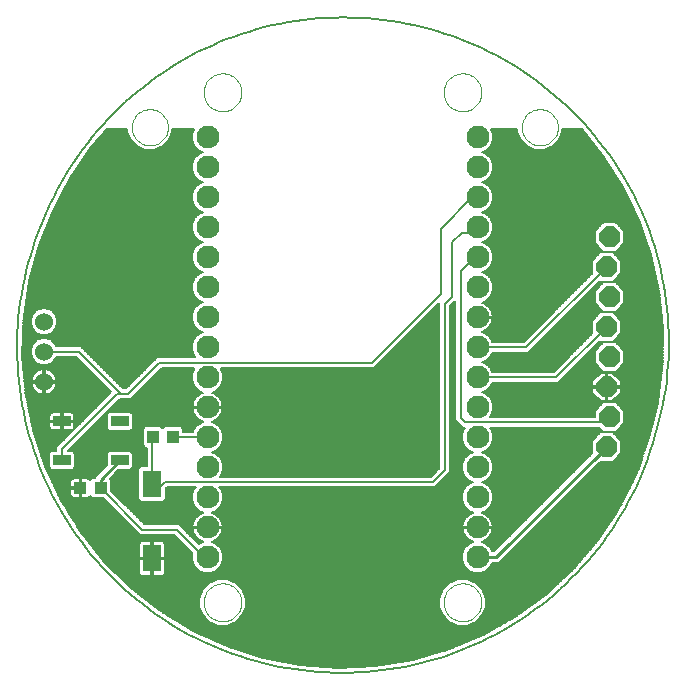
<source format=gtl>
G75*
%MOIN*%
%OFA0B0*%
%FSLAX24Y24*%
%IPPOS*%
%LPD*%
%AMOC8*
5,1,8,0,0,1.08239X$1,22.5*
%
%ADD10C,0.0000*%
%ADD11C,0.0050*%
%ADD12C,0.0080*%
%ADD13C,0.0760*%
%ADD14R,0.0433X0.0394*%
%ADD15R,0.0630X0.0906*%
%ADD16R,0.0394X0.0433*%
%ADD17R,0.0591X0.0354*%
%ADD18OC8,0.0700*%
%ADD19C,0.0600*%
%ADD20C,0.0100*%
D10*
X006445Y003425D02*
X006447Y003475D01*
X006453Y003525D01*
X006463Y003574D01*
X006477Y003622D01*
X006494Y003669D01*
X006515Y003714D01*
X006540Y003758D01*
X006568Y003799D01*
X006600Y003838D01*
X006634Y003875D01*
X006671Y003909D01*
X006711Y003939D01*
X006753Y003966D01*
X006797Y003990D01*
X006843Y004011D01*
X006890Y004027D01*
X006938Y004040D01*
X006988Y004049D01*
X007037Y004054D01*
X007088Y004055D01*
X007138Y004052D01*
X007187Y004045D01*
X007236Y004034D01*
X007284Y004019D01*
X007330Y004001D01*
X007375Y003979D01*
X007418Y003953D01*
X007459Y003924D01*
X007498Y003892D01*
X007534Y003857D01*
X007566Y003819D01*
X007596Y003779D01*
X007623Y003736D01*
X007646Y003692D01*
X007665Y003646D01*
X007681Y003598D01*
X007693Y003549D01*
X007701Y003500D01*
X007705Y003450D01*
X007705Y003400D01*
X007701Y003350D01*
X007693Y003301D01*
X007681Y003252D01*
X007665Y003204D01*
X007646Y003158D01*
X007623Y003114D01*
X007596Y003071D01*
X007566Y003031D01*
X007534Y002993D01*
X007498Y002958D01*
X007459Y002926D01*
X007418Y002897D01*
X007375Y002871D01*
X007330Y002849D01*
X007284Y002831D01*
X007236Y002816D01*
X007187Y002805D01*
X007138Y002798D01*
X007088Y002795D01*
X007037Y002796D01*
X006988Y002801D01*
X006938Y002810D01*
X006890Y002823D01*
X006843Y002839D01*
X006797Y002860D01*
X006753Y002884D01*
X006711Y002911D01*
X006671Y002941D01*
X006634Y002975D01*
X006600Y003012D01*
X006568Y003051D01*
X006540Y003092D01*
X006515Y003136D01*
X006494Y003181D01*
X006477Y003228D01*
X006463Y003276D01*
X006453Y003325D01*
X006447Y003375D01*
X006445Y003425D01*
X014445Y003425D02*
X014447Y003475D01*
X014453Y003525D01*
X014463Y003574D01*
X014477Y003622D01*
X014494Y003669D01*
X014515Y003714D01*
X014540Y003758D01*
X014568Y003799D01*
X014600Y003838D01*
X014634Y003875D01*
X014671Y003909D01*
X014711Y003939D01*
X014753Y003966D01*
X014797Y003990D01*
X014843Y004011D01*
X014890Y004027D01*
X014938Y004040D01*
X014988Y004049D01*
X015037Y004054D01*
X015088Y004055D01*
X015138Y004052D01*
X015187Y004045D01*
X015236Y004034D01*
X015284Y004019D01*
X015330Y004001D01*
X015375Y003979D01*
X015418Y003953D01*
X015459Y003924D01*
X015498Y003892D01*
X015534Y003857D01*
X015566Y003819D01*
X015596Y003779D01*
X015623Y003736D01*
X015646Y003692D01*
X015665Y003646D01*
X015681Y003598D01*
X015693Y003549D01*
X015701Y003500D01*
X015705Y003450D01*
X015705Y003400D01*
X015701Y003350D01*
X015693Y003301D01*
X015681Y003252D01*
X015665Y003204D01*
X015646Y003158D01*
X015623Y003114D01*
X015596Y003071D01*
X015566Y003031D01*
X015534Y002993D01*
X015498Y002958D01*
X015459Y002926D01*
X015418Y002897D01*
X015375Y002871D01*
X015330Y002849D01*
X015284Y002831D01*
X015236Y002816D01*
X015187Y002805D01*
X015138Y002798D01*
X015088Y002795D01*
X015037Y002796D01*
X014988Y002801D01*
X014938Y002810D01*
X014890Y002823D01*
X014843Y002839D01*
X014797Y002860D01*
X014753Y002884D01*
X014711Y002911D01*
X014671Y002941D01*
X014634Y002975D01*
X014600Y003012D01*
X014568Y003051D01*
X014540Y003092D01*
X014515Y003136D01*
X014494Y003181D01*
X014477Y003228D01*
X014463Y003276D01*
X014453Y003325D01*
X014447Y003375D01*
X014445Y003425D01*
X017052Y019255D02*
X017054Y019304D01*
X017060Y019352D01*
X017070Y019399D01*
X017083Y019446D01*
X017100Y019491D01*
X017121Y019535D01*
X017145Y019577D01*
X017173Y019617D01*
X017204Y019655D01*
X017237Y019690D01*
X017274Y019722D01*
X017312Y019751D01*
X017353Y019777D01*
X017396Y019800D01*
X017441Y019819D01*
X017487Y019834D01*
X017534Y019846D01*
X017582Y019854D01*
X017631Y019858D01*
X017679Y019858D01*
X017728Y019854D01*
X017776Y019846D01*
X017823Y019834D01*
X017869Y019819D01*
X017914Y019800D01*
X017956Y019777D01*
X017998Y019751D01*
X018036Y019722D01*
X018073Y019690D01*
X018106Y019655D01*
X018137Y019617D01*
X018165Y019577D01*
X018189Y019535D01*
X018210Y019491D01*
X018227Y019446D01*
X018240Y019399D01*
X018250Y019352D01*
X018256Y019304D01*
X018258Y019255D01*
X018256Y019206D01*
X018250Y019158D01*
X018240Y019111D01*
X018227Y019064D01*
X018210Y019019D01*
X018189Y018975D01*
X018165Y018933D01*
X018137Y018893D01*
X018106Y018855D01*
X018073Y018820D01*
X018036Y018788D01*
X017998Y018759D01*
X017957Y018733D01*
X017914Y018710D01*
X017869Y018691D01*
X017823Y018676D01*
X017776Y018664D01*
X017728Y018656D01*
X017679Y018652D01*
X017631Y018652D01*
X017582Y018656D01*
X017534Y018664D01*
X017487Y018676D01*
X017441Y018691D01*
X017396Y018710D01*
X017354Y018733D01*
X017312Y018759D01*
X017274Y018788D01*
X017237Y018820D01*
X017204Y018855D01*
X017173Y018893D01*
X017145Y018933D01*
X017121Y018975D01*
X017100Y019019D01*
X017083Y019064D01*
X017070Y019111D01*
X017060Y019158D01*
X017054Y019206D01*
X017052Y019255D01*
X014445Y020425D02*
X014447Y020475D01*
X014453Y020525D01*
X014463Y020574D01*
X014477Y020622D01*
X014494Y020669D01*
X014515Y020714D01*
X014540Y020758D01*
X014568Y020799D01*
X014600Y020838D01*
X014634Y020875D01*
X014671Y020909D01*
X014711Y020939D01*
X014753Y020966D01*
X014797Y020990D01*
X014843Y021011D01*
X014890Y021027D01*
X014938Y021040D01*
X014988Y021049D01*
X015037Y021054D01*
X015088Y021055D01*
X015138Y021052D01*
X015187Y021045D01*
X015236Y021034D01*
X015284Y021019D01*
X015330Y021001D01*
X015375Y020979D01*
X015418Y020953D01*
X015459Y020924D01*
X015498Y020892D01*
X015534Y020857D01*
X015566Y020819D01*
X015596Y020779D01*
X015623Y020736D01*
X015646Y020692D01*
X015665Y020646D01*
X015681Y020598D01*
X015693Y020549D01*
X015701Y020500D01*
X015705Y020450D01*
X015705Y020400D01*
X015701Y020350D01*
X015693Y020301D01*
X015681Y020252D01*
X015665Y020204D01*
X015646Y020158D01*
X015623Y020114D01*
X015596Y020071D01*
X015566Y020031D01*
X015534Y019993D01*
X015498Y019958D01*
X015459Y019926D01*
X015418Y019897D01*
X015375Y019871D01*
X015330Y019849D01*
X015284Y019831D01*
X015236Y019816D01*
X015187Y019805D01*
X015138Y019798D01*
X015088Y019795D01*
X015037Y019796D01*
X014988Y019801D01*
X014938Y019810D01*
X014890Y019823D01*
X014843Y019839D01*
X014797Y019860D01*
X014753Y019884D01*
X014711Y019911D01*
X014671Y019941D01*
X014634Y019975D01*
X014600Y020012D01*
X014568Y020051D01*
X014540Y020092D01*
X014515Y020136D01*
X014494Y020181D01*
X014477Y020228D01*
X014463Y020276D01*
X014453Y020325D01*
X014447Y020375D01*
X014445Y020425D01*
X006445Y020425D02*
X006447Y020475D01*
X006453Y020525D01*
X006463Y020574D01*
X006477Y020622D01*
X006494Y020669D01*
X006515Y020714D01*
X006540Y020758D01*
X006568Y020799D01*
X006600Y020838D01*
X006634Y020875D01*
X006671Y020909D01*
X006711Y020939D01*
X006753Y020966D01*
X006797Y020990D01*
X006843Y021011D01*
X006890Y021027D01*
X006938Y021040D01*
X006988Y021049D01*
X007037Y021054D01*
X007088Y021055D01*
X007138Y021052D01*
X007187Y021045D01*
X007236Y021034D01*
X007284Y021019D01*
X007330Y021001D01*
X007375Y020979D01*
X007418Y020953D01*
X007459Y020924D01*
X007498Y020892D01*
X007534Y020857D01*
X007566Y020819D01*
X007596Y020779D01*
X007623Y020736D01*
X007646Y020692D01*
X007665Y020646D01*
X007681Y020598D01*
X007693Y020549D01*
X007701Y020500D01*
X007705Y020450D01*
X007705Y020400D01*
X007701Y020350D01*
X007693Y020301D01*
X007681Y020252D01*
X007665Y020204D01*
X007646Y020158D01*
X007623Y020114D01*
X007596Y020071D01*
X007566Y020031D01*
X007534Y019993D01*
X007498Y019958D01*
X007459Y019926D01*
X007418Y019897D01*
X007375Y019871D01*
X007330Y019849D01*
X007284Y019831D01*
X007236Y019816D01*
X007187Y019805D01*
X007138Y019798D01*
X007088Y019795D01*
X007037Y019796D01*
X006988Y019801D01*
X006938Y019810D01*
X006890Y019823D01*
X006843Y019839D01*
X006797Y019860D01*
X006753Y019884D01*
X006711Y019911D01*
X006671Y019941D01*
X006634Y019975D01*
X006600Y020012D01*
X006568Y020051D01*
X006540Y020092D01*
X006515Y020136D01*
X006494Y020181D01*
X006477Y020228D01*
X006463Y020276D01*
X006453Y020325D01*
X006447Y020375D01*
X006445Y020425D01*
X004052Y019255D02*
X004054Y019304D01*
X004060Y019352D01*
X004070Y019399D01*
X004083Y019446D01*
X004100Y019491D01*
X004121Y019535D01*
X004145Y019577D01*
X004173Y019617D01*
X004204Y019655D01*
X004237Y019690D01*
X004274Y019722D01*
X004312Y019751D01*
X004353Y019777D01*
X004396Y019800D01*
X004441Y019819D01*
X004487Y019834D01*
X004534Y019846D01*
X004582Y019854D01*
X004631Y019858D01*
X004679Y019858D01*
X004728Y019854D01*
X004776Y019846D01*
X004823Y019834D01*
X004869Y019819D01*
X004914Y019800D01*
X004956Y019777D01*
X004998Y019751D01*
X005036Y019722D01*
X005073Y019690D01*
X005106Y019655D01*
X005137Y019617D01*
X005165Y019577D01*
X005189Y019535D01*
X005210Y019491D01*
X005227Y019446D01*
X005240Y019399D01*
X005250Y019352D01*
X005256Y019304D01*
X005258Y019255D01*
X005256Y019206D01*
X005250Y019158D01*
X005240Y019111D01*
X005227Y019064D01*
X005210Y019019D01*
X005189Y018975D01*
X005165Y018933D01*
X005137Y018893D01*
X005106Y018855D01*
X005073Y018820D01*
X005036Y018788D01*
X004998Y018759D01*
X004957Y018733D01*
X004914Y018710D01*
X004869Y018691D01*
X004823Y018676D01*
X004776Y018664D01*
X004728Y018656D01*
X004679Y018652D01*
X004631Y018652D01*
X004582Y018656D01*
X004534Y018664D01*
X004487Y018676D01*
X004441Y018691D01*
X004396Y018710D01*
X004354Y018733D01*
X004312Y018759D01*
X004274Y018788D01*
X004237Y018820D01*
X004204Y018855D01*
X004173Y018893D01*
X004145Y018933D01*
X004121Y018975D01*
X004100Y019019D01*
X004083Y019064D01*
X004070Y019111D01*
X004060Y019158D01*
X004054Y019206D01*
X004052Y019255D01*
D11*
X003925Y003999D02*
X006553Y003999D01*
X006505Y003951D02*
X003974Y003951D01*
X004023Y003902D02*
X006456Y003902D01*
X006418Y003864D02*
X006300Y003579D01*
X006300Y003271D01*
X006418Y002986D01*
X006636Y002768D01*
X006921Y002650D01*
X007229Y002650D01*
X007514Y002768D01*
X007732Y002986D01*
X007850Y003271D01*
X007850Y003579D01*
X007732Y003864D01*
X007514Y004082D01*
X007229Y004200D01*
X006921Y004200D01*
X006636Y004082D01*
X006418Y003864D01*
X006414Y003854D02*
X004084Y003854D01*
X004027Y003898D02*
X003134Y004780D01*
X002351Y005761D01*
X001689Y006828D01*
X001156Y007965D01*
X000761Y009156D01*
X000508Y010386D01*
X000402Y011636D01*
X000443Y012891D01*
X000631Y014132D01*
X000963Y015343D01*
X001145Y015830D01*
X001160Y015837D01*
X001188Y015909D01*
X001426Y016479D01*
X002001Y017575D01*
X002698Y018596D01*
X003227Y019204D01*
X003907Y019203D01*
X003907Y019106D01*
X004021Y018831D01*
X004231Y018621D01*
X004506Y018507D01*
X004804Y018507D01*
X005079Y018621D01*
X005289Y018831D01*
X005403Y019106D01*
X005403Y019203D01*
X006122Y019202D01*
X006050Y019029D01*
X006050Y018821D01*
X006130Y018628D01*
X006278Y018480D01*
X006410Y018425D01*
X006278Y018370D01*
X006130Y018222D01*
X006050Y018029D01*
X006050Y017821D01*
X006130Y017628D01*
X006278Y017480D01*
X006410Y017425D01*
X006278Y017370D01*
X006130Y017222D01*
X006050Y017029D01*
X006050Y016821D01*
X006130Y016628D01*
X006278Y016480D01*
X006410Y016425D01*
X006278Y016370D01*
X006130Y016222D01*
X006050Y016029D01*
X006050Y015821D01*
X006130Y015628D01*
X006278Y015480D01*
X006410Y015425D01*
X006278Y015370D01*
X006130Y015222D01*
X006050Y015029D01*
X006050Y014821D01*
X006130Y014628D01*
X006278Y014480D01*
X006410Y014425D01*
X006278Y014370D01*
X006130Y014222D01*
X006050Y014029D01*
X006050Y013821D01*
X006130Y013628D01*
X006278Y013480D01*
X006410Y013425D01*
X006278Y013370D01*
X006130Y013222D01*
X006050Y013029D01*
X006050Y012821D01*
X006130Y012628D01*
X006278Y012480D01*
X006410Y012425D01*
X006278Y012370D01*
X006130Y012222D01*
X006050Y012029D01*
X006050Y011821D01*
X006130Y011628D01*
X006168Y011590D01*
X004888Y011590D01*
X003858Y010560D01*
X003752Y010560D01*
X002352Y011960D01*
X001530Y011960D01*
X001502Y012027D01*
X001377Y012152D01*
X001214Y012220D01*
X001036Y012220D01*
X000873Y012152D01*
X000748Y012027D01*
X000680Y011864D01*
X000680Y011686D01*
X000748Y011523D01*
X000873Y011398D01*
X001036Y011330D01*
X001214Y011330D01*
X001377Y011398D01*
X001502Y011523D01*
X001530Y011590D01*
X002198Y011590D01*
X003358Y010430D01*
X001535Y008607D01*
X001535Y008478D01*
X001365Y008478D01*
X001280Y008393D01*
X001280Y007918D01*
X001365Y007833D01*
X002076Y007833D01*
X002161Y007918D01*
X002161Y008393D01*
X002076Y008478D01*
X001929Y008478D01*
X003642Y010190D01*
X004012Y010190D01*
X005042Y011220D01*
X006129Y011220D01*
X006050Y011029D01*
X006050Y010821D01*
X006130Y010628D01*
X006278Y010480D01*
X006441Y010412D01*
X006381Y010393D01*
X006310Y010357D01*
X006246Y010310D01*
X006190Y010254D01*
X006143Y010190D01*
X006107Y010119D01*
X006082Y010043D01*
X006070Y009965D01*
X006070Y009950D01*
X006550Y009950D01*
X006550Y009900D01*
X006070Y009900D01*
X006070Y009885D01*
X006082Y009807D01*
X006107Y009731D01*
X006143Y009660D01*
X006190Y009596D01*
X006246Y009540D01*
X006310Y009493D01*
X006381Y009457D01*
X006441Y009438D01*
X006278Y009370D01*
X006130Y009222D01*
X006081Y009105D01*
X005761Y009105D01*
X005761Y009212D01*
X005677Y009297D01*
X005163Y009297D01*
X005085Y009219D01*
X005007Y009297D01*
X004493Y009297D01*
X004409Y009212D01*
X004409Y008658D01*
X004493Y008573D01*
X004555Y008573D01*
X004555Y007963D01*
X004350Y007963D01*
X004265Y007878D01*
X004265Y006852D01*
X004350Y006767D01*
X005100Y006767D01*
X005185Y006852D01*
X005185Y007245D01*
X005215Y007275D01*
X006183Y007275D01*
X006130Y007222D01*
X006050Y007029D01*
X006050Y006821D01*
X006130Y006628D01*
X006278Y006480D01*
X006441Y006412D01*
X006381Y006393D01*
X006310Y006357D01*
X006246Y006310D01*
X006190Y006254D01*
X006143Y006190D01*
X006107Y006119D01*
X006082Y006043D01*
X006070Y005965D01*
X006070Y005950D01*
X006550Y005950D01*
X006550Y005900D01*
X006070Y005900D01*
X006070Y005885D01*
X006082Y005807D01*
X006107Y005731D01*
X006143Y005660D01*
X006190Y005596D01*
X006246Y005540D01*
X006310Y005493D01*
X006381Y005457D01*
X006441Y005438D01*
X006280Y005371D01*
X005730Y005922D01*
X005622Y006030D01*
X004476Y006030D01*
X003371Y007135D01*
X003371Y007492D01*
X003317Y007547D01*
X003603Y007833D01*
X004005Y007833D01*
X004090Y007918D01*
X004090Y008393D01*
X004005Y008478D01*
X003294Y008478D01*
X003209Y008393D01*
X003209Y007991D01*
X002815Y007596D01*
X002815Y007577D01*
X002733Y007577D01*
X002660Y007504D01*
X002657Y007509D01*
X002634Y007532D01*
X002605Y007548D01*
X002573Y007557D01*
X002365Y007557D01*
X002365Y007260D01*
X002315Y007260D01*
X002315Y007210D01*
X001999Y007210D01*
X001999Y007022D01*
X002007Y006990D01*
X002024Y006961D01*
X002047Y006938D01*
X002076Y006922D01*
X002107Y006913D01*
X002315Y006913D01*
X002315Y007210D01*
X002365Y007210D01*
X002365Y006913D01*
X002573Y006913D01*
X002605Y006922D01*
X002634Y006938D01*
X002657Y006961D01*
X002660Y006966D01*
X002733Y006893D01*
X003090Y006893D01*
X004323Y005660D01*
X005468Y005660D01*
X006064Y005064D01*
X006050Y005029D01*
X006050Y004821D01*
X006130Y004628D01*
X006278Y004480D01*
X006471Y004400D01*
X006679Y004400D01*
X006872Y004480D01*
X007020Y004628D01*
X007100Y004821D01*
X007100Y005029D01*
X007020Y005222D01*
X006872Y005370D01*
X006709Y005438D01*
X006769Y005457D01*
X006840Y005493D01*
X006904Y005540D01*
X006960Y005596D01*
X007007Y005660D01*
X007043Y005731D01*
X007068Y005807D01*
X007080Y005885D01*
X007080Y005900D01*
X006600Y005900D01*
X006600Y005950D01*
X007080Y005950D01*
X007080Y005965D01*
X007068Y006043D01*
X007043Y006119D01*
X007007Y006190D01*
X006960Y006254D01*
X006904Y006310D01*
X006840Y006357D01*
X006769Y006393D01*
X006709Y006412D01*
X006872Y006480D01*
X007020Y006628D01*
X007100Y006821D01*
X007100Y007029D01*
X007020Y007222D01*
X006967Y007275D01*
X014165Y007275D01*
X014265Y007375D01*
X014545Y007655D01*
X014545Y007655D01*
X014645Y007755D01*
X014645Y013285D01*
X014795Y013435D01*
X014830Y013470D01*
X014830Y009498D01*
X014980Y009348D01*
X015088Y009240D01*
X015148Y009240D01*
X015130Y009222D01*
X015050Y009029D01*
X015050Y008821D01*
X015130Y008628D01*
X015278Y008480D01*
X015410Y008425D01*
X015278Y008370D01*
X015130Y008222D01*
X015050Y008029D01*
X015050Y007821D01*
X015130Y007628D01*
X015278Y007480D01*
X015410Y007425D01*
X015278Y007370D01*
X015130Y007222D01*
X015050Y007029D01*
X015050Y006821D01*
X015130Y006628D01*
X015278Y006480D01*
X015441Y006412D01*
X015381Y006393D01*
X015310Y006357D01*
X015246Y006310D01*
X015190Y006254D01*
X015143Y006190D01*
X015107Y006119D01*
X015082Y006043D01*
X015070Y005965D01*
X015070Y005950D01*
X015550Y005950D01*
X015550Y005900D01*
X015070Y005900D01*
X015070Y005885D01*
X015082Y005807D01*
X015107Y005731D01*
X015143Y005660D01*
X015190Y005596D01*
X015246Y005540D01*
X015310Y005493D01*
X015381Y005457D01*
X015441Y005438D01*
X015278Y005370D01*
X015130Y005222D01*
X015050Y005029D01*
X015050Y004821D01*
X015130Y004628D01*
X015278Y004480D01*
X015471Y004400D01*
X015679Y004400D01*
X015872Y004480D01*
X016020Y004628D01*
X016062Y004730D01*
X016276Y004730D01*
X019663Y008117D01*
X019670Y008110D01*
X020080Y008110D01*
X020370Y008400D01*
X020370Y008810D01*
X020080Y009100D01*
X019670Y009100D01*
X019380Y008810D01*
X019380Y008400D01*
X019387Y008393D01*
X016114Y005120D01*
X016062Y005120D01*
X016020Y005222D01*
X015872Y005370D01*
X015709Y005438D01*
X015769Y005457D01*
X015840Y005493D01*
X015904Y005540D01*
X015960Y005596D01*
X016007Y005660D01*
X016043Y005731D01*
X016068Y005807D01*
X016080Y005885D01*
X016080Y005900D01*
X015600Y005900D01*
X015600Y005950D01*
X016080Y005950D01*
X016080Y005965D01*
X016068Y006043D01*
X016043Y006119D01*
X016007Y006190D01*
X015960Y006254D01*
X015904Y006310D01*
X015840Y006357D01*
X015769Y006393D01*
X015709Y006412D01*
X015872Y006480D01*
X016020Y006628D01*
X016100Y006821D01*
X016100Y007029D01*
X016020Y007222D01*
X015872Y007370D01*
X015740Y007425D01*
X015872Y007480D01*
X016020Y007628D01*
X016100Y007821D01*
X016100Y008029D01*
X016020Y008222D01*
X015872Y008370D01*
X015740Y008425D01*
X015872Y008480D01*
X016020Y008628D01*
X016100Y008821D01*
X016100Y009029D01*
X016020Y009222D01*
X016002Y009240D01*
X019640Y009240D01*
X019770Y009110D01*
X020180Y009110D01*
X020470Y009400D01*
X020470Y009810D01*
X020180Y010100D01*
X019770Y010100D01*
X019480Y009810D01*
X019480Y009610D01*
X016002Y009610D01*
X016020Y009628D01*
X016100Y009821D01*
X016100Y010029D01*
X016020Y010222D01*
X015872Y010370D01*
X015740Y010425D01*
X015872Y010480D01*
X016020Y010628D01*
X016067Y010740D01*
X018272Y010740D01*
X019656Y012124D01*
X019670Y012110D01*
X020080Y012110D01*
X020370Y012400D01*
X020370Y012810D01*
X020080Y013100D01*
X019670Y013100D01*
X019380Y012810D01*
X019380Y012400D01*
X019394Y012386D01*
X018118Y011110D01*
X016067Y011110D01*
X016020Y011222D01*
X015872Y011370D01*
X015740Y011425D01*
X015872Y011480D01*
X016020Y011628D01*
X016067Y011740D01*
X017272Y011740D01*
X019656Y014124D01*
X019670Y014110D01*
X020080Y014110D01*
X020370Y014400D01*
X020370Y014810D01*
X020080Y015100D01*
X019670Y015100D01*
X019380Y014810D01*
X019380Y014400D01*
X019394Y014386D01*
X017118Y012110D01*
X016067Y012110D01*
X016020Y012222D01*
X015872Y012370D01*
X015709Y012438D01*
X015769Y012457D01*
X015840Y012493D01*
X015904Y012540D01*
X015960Y012596D01*
X016007Y012660D01*
X016043Y012731D01*
X016068Y012807D01*
X016080Y012885D01*
X016080Y012900D01*
X015600Y012900D01*
X015600Y012950D01*
X016080Y012950D01*
X016080Y012965D01*
X016068Y013043D01*
X016043Y013119D01*
X016007Y013190D01*
X015960Y013254D01*
X015904Y013310D01*
X015840Y013357D01*
X015769Y013393D01*
X015709Y013412D01*
X015872Y013480D01*
X016020Y013628D01*
X016100Y013821D01*
X016100Y014029D01*
X016020Y014222D01*
X015872Y014370D01*
X015740Y014425D01*
X015872Y014480D01*
X016020Y014628D01*
X016100Y014821D01*
X016100Y015029D01*
X016020Y015222D01*
X015872Y015370D01*
X015740Y015425D01*
X015872Y015480D01*
X016020Y015628D01*
X016100Y015821D01*
X016100Y016029D01*
X016020Y016222D01*
X015872Y016370D01*
X015740Y016425D01*
X015872Y016480D01*
X016020Y016628D01*
X016100Y016821D01*
X016100Y017029D01*
X016020Y017222D01*
X015872Y017370D01*
X015740Y017425D01*
X015872Y017480D01*
X016020Y017628D01*
X016100Y017821D01*
X016100Y018029D01*
X016020Y018222D01*
X015872Y018370D01*
X015740Y018425D01*
X015872Y018480D01*
X016020Y018628D01*
X016100Y018821D01*
X016100Y019029D01*
X016030Y019198D01*
X016907Y019197D01*
X016907Y019106D01*
X017021Y018831D01*
X017231Y018621D01*
X017506Y018507D01*
X017804Y018507D01*
X018079Y018621D01*
X018289Y018831D01*
X018403Y019106D01*
X018403Y019197D01*
X019043Y019196D01*
X019762Y018311D01*
X020426Y017267D01*
X020963Y016154D01*
X021368Y014985D01*
X021635Y013777D01*
X021760Y012547D01*
X021741Y011310D01*
X021579Y010084D01*
X021275Y008885D01*
X021072Y008301D01*
X021045Y008229D01*
X021064Y008186D01*
X020863Y007680D01*
X020298Y006559D01*
X019605Y005512D01*
X018794Y004554D01*
X017876Y003698D01*
X016864Y002955D01*
X015772Y002337D01*
X014614Y001851D01*
X013408Y001504D01*
X012169Y001301D01*
X010915Y001246D01*
X009663Y001338D01*
X008430Y001576D01*
X007234Y001957D01*
X006091Y002477D01*
X005017Y003126D01*
X004027Y003898D01*
X004146Y003805D02*
X006394Y003805D01*
X006374Y003757D02*
X004209Y003757D01*
X004271Y003708D02*
X006353Y003708D01*
X006333Y003660D02*
X004333Y003660D01*
X004395Y003611D02*
X006313Y003611D01*
X006300Y003563D02*
X004458Y003563D01*
X004520Y003514D02*
X006300Y003514D01*
X006300Y003466D02*
X004582Y003466D01*
X004644Y003417D02*
X006300Y003417D01*
X006300Y003369D02*
X004707Y003369D01*
X004769Y003320D02*
X006300Y003320D01*
X006300Y003272D02*
X004831Y003272D01*
X004893Y003223D02*
X006320Y003223D01*
X006340Y003175D02*
X004956Y003175D01*
X005018Y003126D02*
X006360Y003126D01*
X006380Y003078D02*
X005098Y003078D01*
X005178Y003029D02*
X006400Y003029D01*
X006424Y002981D02*
X005259Y002981D01*
X005339Y002932D02*
X006472Y002932D01*
X006521Y002884D02*
X005419Y002884D01*
X005499Y002835D02*
X006569Y002835D01*
X006618Y002787D02*
X005579Y002787D01*
X005659Y002738D02*
X006709Y002738D01*
X006826Y002690D02*
X005740Y002690D01*
X005820Y002641D02*
X016309Y002641D01*
X016395Y002690D02*
X015324Y002690D01*
X015229Y002650D02*
X015514Y002768D01*
X015732Y002986D01*
X015850Y003271D01*
X015850Y003579D01*
X015732Y003864D01*
X015514Y004082D01*
X015229Y004200D01*
X014921Y004200D01*
X014636Y004082D01*
X014418Y003864D01*
X014300Y003579D01*
X014300Y003271D01*
X014418Y002986D01*
X014636Y002768D01*
X014921Y002650D01*
X015229Y002650D01*
X015441Y002738D02*
X016480Y002738D01*
X016566Y002787D02*
X015532Y002787D01*
X015581Y002835D02*
X016652Y002835D01*
X016737Y002884D02*
X015629Y002884D01*
X015678Y002932D02*
X016823Y002932D01*
X016898Y002981D02*
X015726Y002981D01*
X015750Y003029D02*
X016964Y003029D01*
X017031Y003078D02*
X015770Y003078D01*
X015790Y003126D02*
X017097Y003126D01*
X017163Y003175D02*
X015810Y003175D01*
X015830Y003223D02*
X017229Y003223D01*
X017295Y003272D02*
X015850Y003272D01*
X015850Y003320D02*
X017361Y003320D01*
X017427Y003369D02*
X015850Y003369D01*
X015850Y003417D02*
X017493Y003417D01*
X017559Y003466D02*
X015850Y003466D01*
X015850Y003514D02*
X017626Y003514D01*
X017692Y003563D02*
X015850Y003563D01*
X015837Y003611D02*
X017758Y003611D01*
X017824Y003660D02*
X015817Y003660D01*
X015797Y003708D02*
X017887Y003708D01*
X017939Y003757D02*
X015776Y003757D01*
X015756Y003805D02*
X017991Y003805D01*
X018043Y003854D02*
X015736Y003854D01*
X015694Y003902D02*
X018095Y003902D01*
X018147Y003951D02*
X015645Y003951D01*
X015597Y003999D02*
X018199Y003999D01*
X018251Y004048D02*
X015548Y004048D01*
X015480Y004096D02*
X018303Y004096D01*
X018355Y004145D02*
X015363Y004145D01*
X015246Y004193D02*
X018407Y004193D01*
X018459Y004242D02*
X003680Y004242D01*
X003630Y004290D02*
X018511Y004290D01*
X018563Y004339D02*
X005123Y004339D01*
X005117Y004332D02*
X005140Y004355D01*
X005156Y004384D01*
X005165Y004416D01*
X005165Y004860D01*
X004750Y004860D01*
X004750Y004910D01*
X004700Y004910D01*
X004700Y005463D01*
X004394Y005463D01*
X004362Y005454D01*
X004333Y005438D01*
X004310Y005414D01*
X004294Y005386D01*
X004285Y005354D01*
X004285Y004910D01*
X004700Y004910D01*
X004700Y004860D01*
X004285Y004860D01*
X004285Y004416D01*
X004294Y004384D01*
X004310Y004355D01*
X004333Y004332D01*
X004362Y004316D01*
X004394Y004307D01*
X004700Y004307D01*
X004700Y004860D01*
X004750Y004860D01*
X004750Y004307D01*
X005056Y004307D01*
X005088Y004316D01*
X005117Y004332D01*
X005157Y004387D02*
X018615Y004387D01*
X018667Y004436D02*
X015765Y004436D01*
X015876Y004484D02*
X018719Y004484D01*
X018771Y004533D02*
X015925Y004533D01*
X015973Y004581D02*
X018817Y004581D01*
X018858Y004630D02*
X016021Y004630D01*
X016041Y004678D02*
X018899Y004678D01*
X018940Y004727D02*
X016061Y004727D01*
X016321Y004775D02*
X018981Y004775D01*
X019022Y004824D02*
X016369Y004824D01*
X016418Y004872D02*
X019063Y004872D01*
X019104Y004921D02*
X016466Y004921D01*
X016515Y004969D02*
X019145Y004969D01*
X019186Y005018D02*
X016563Y005018D01*
X016612Y005066D02*
X019227Y005066D01*
X019268Y005115D02*
X016660Y005115D01*
X016709Y005163D02*
X019309Y005163D01*
X019351Y005212D02*
X016757Y005212D01*
X016806Y005260D02*
X019392Y005260D01*
X019433Y005309D02*
X016854Y005309D01*
X016903Y005357D02*
X019474Y005357D01*
X019515Y005406D02*
X016951Y005406D01*
X017000Y005454D02*
X019556Y005454D01*
X019597Y005503D02*
X017048Y005503D01*
X017097Y005551D02*
X019631Y005551D01*
X019663Y005600D02*
X017145Y005600D01*
X017194Y005648D02*
X019695Y005648D01*
X019727Y005697D02*
X017242Y005697D01*
X017291Y005745D02*
X019759Y005745D01*
X019791Y005794D02*
X017339Y005794D01*
X017388Y005842D02*
X019823Y005842D01*
X019855Y005891D02*
X017436Y005891D01*
X017485Y005939D02*
X019888Y005939D01*
X019920Y005988D02*
X017533Y005988D01*
X017582Y006036D02*
X019952Y006036D01*
X019984Y006085D02*
X017630Y006085D01*
X017679Y006133D02*
X020016Y006133D01*
X020048Y006182D02*
X017727Y006182D01*
X017776Y006230D02*
X020080Y006230D01*
X020112Y006279D02*
X017824Y006279D01*
X017873Y006327D02*
X020144Y006327D01*
X020177Y006376D02*
X017921Y006376D01*
X017970Y006424D02*
X020209Y006424D01*
X020241Y006473D02*
X018018Y006473D01*
X018067Y006521D02*
X020273Y006521D01*
X020303Y006570D02*
X018115Y006570D01*
X018164Y006618D02*
X020328Y006618D01*
X020352Y006667D02*
X018212Y006667D01*
X018261Y006715D02*
X020377Y006715D01*
X020401Y006764D02*
X018309Y006764D01*
X018358Y006812D02*
X020426Y006812D01*
X020450Y006861D02*
X018406Y006861D01*
X018455Y006909D02*
X020474Y006909D01*
X020499Y006958D02*
X018503Y006958D01*
X018552Y007006D02*
X020523Y007006D01*
X020548Y007055D02*
X018600Y007055D01*
X018649Y007103D02*
X020572Y007103D01*
X020597Y007152D02*
X018697Y007152D01*
X018746Y007200D02*
X020621Y007200D01*
X020646Y007249D02*
X018794Y007249D01*
X018843Y007297D02*
X020670Y007297D01*
X020695Y007346D02*
X018891Y007346D01*
X018940Y007394D02*
X020719Y007394D01*
X020743Y007443D02*
X018988Y007443D01*
X019037Y007491D02*
X020768Y007491D01*
X020792Y007540D02*
X019085Y007540D01*
X019134Y007588D02*
X020817Y007588D01*
X020841Y007637D02*
X019182Y007637D01*
X019231Y007685D02*
X020865Y007685D01*
X020884Y007734D02*
X019279Y007734D01*
X019328Y007782D02*
X020904Y007782D01*
X020923Y007831D02*
X019376Y007831D01*
X019425Y007879D02*
X020942Y007879D01*
X020962Y007928D02*
X019473Y007928D01*
X019522Y007976D02*
X020981Y007976D01*
X021000Y008025D02*
X019570Y008025D01*
X019619Y008073D02*
X021020Y008073D01*
X021039Y008122D02*
X020092Y008122D01*
X020140Y008170D02*
X021058Y008170D01*
X021050Y008219D02*
X020189Y008219D01*
X020237Y008267D02*
X021059Y008267D01*
X021077Y008316D02*
X020286Y008316D01*
X020334Y008364D02*
X021094Y008364D01*
X021111Y008413D02*
X020370Y008413D01*
X020370Y008461D02*
X021128Y008461D01*
X021145Y008510D02*
X020370Y008510D01*
X020370Y008558D02*
X021162Y008558D01*
X021179Y008607D02*
X020370Y008607D01*
X020370Y008655D02*
X021195Y008655D01*
X021212Y008704D02*
X020370Y008704D01*
X020370Y008752D02*
X021229Y008752D01*
X021246Y008801D02*
X020370Y008801D01*
X020331Y008849D02*
X021263Y008849D01*
X021279Y008898D02*
X020282Y008898D01*
X020234Y008946D02*
X021291Y008946D01*
X021303Y008995D02*
X020185Y008995D01*
X020137Y009043D02*
X021315Y009043D01*
X021328Y009092D02*
X020088Y009092D01*
X020210Y009140D02*
X021340Y009140D01*
X021352Y009189D02*
X020259Y009189D01*
X020307Y009237D02*
X021364Y009237D01*
X021377Y009286D02*
X020356Y009286D01*
X020404Y009334D02*
X021389Y009334D01*
X021401Y009383D02*
X020453Y009383D01*
X020470Y009431D02*
X021414Y009431D01*
X021426Y009480D02*
X020470Y009480D01*
X020470Y009528D02*
X021438Y009528D01*
X021450Y009577D02*
X020470Y009577D01*
X020470Y009625D02*
X021463Y009625D01*
X021475Y009674D02*
X020470Y009674D01*
X020470Y009722D02*
X021487Y009722D01*
X021499Y009771D02*
X020470Y009771D01*
X020461Y009819D02*
X021512Y009819D01*
X021524Y009868D02*
X020412Y009868D01*
X020364Y009916D02*
X021536Y009916D01*
X021548Y009965D02*
X020315Y009965D01*
X020267Y010013D02*
X021561Y010013D01*
X021573Y010062D02*
X020218Y010062D01*
X020100Y010159D02*
X021589Y010159D01*
X021595Y010207D02*
X020149Y010207D01*
X020197Y010256D02*
X021601Y010256D01*
X021608Y010304D02*
X020246Y010304D01*
X020294Y010353D02*
X021614Y010353D01*
X021621Y010401D02*
X020343Y010401D01*
X020350Y010408D02*
X020350Y010580D01*
X019900Y010580D01*
X019900Y010630D01*
X020350Y010630D01*
X020350Y010802D01*
X020072Y011080D01*
X019900Y011080D01*
X019900Y010630D01*
X019850Y010630D01*
X019850Y011080D01*
X019678Y011080D01*
X019400Y010802D01*
X019400Y010630D01*
X019850Y010630D01*
X019850Y010580D01*
X019900Y010580D01*
X019900Y010130D01*
X020072Y010130D01*
X020350Y010408D01*
X020350Y010450D02*
X021627Y010450D01*
X021633Y010498D02*
X020350Y010498D01*
X020350Y010547D02*
X021640Y010547D01*
X021646Y010595D02*
X019900Y010595D01*
X019900Y010547D02*
X019850Y010547D01*
X019850Y010580D02*
X019850Y010130D01*
X019678Y010130D01*
X019400Y010408D01*
X019400Y010580D01*
X019850Y010580D01*
X019850Y010595D02*
X015988Y010595D01*
X016027Y010644D02*
X019400Y010644D01*
X019400Y010692D02*
X016047Y010692D01*
X015939Y010547D02*
X019400Y010547D01*
X019400Y010498D02*
X015891Y010498D01*
X015799Y010450D02*
X019400Y010450D01*
X019407Y010401D02*
X015798Y010401D01*
X015890Y010353D02*
X019456Y010353D01*
X019504Y010304D02*
X015938Y010304D01*
X015987Y010256D02*
X019553Y010256D01*
X019601Y010207D02*
X016026Y010207D01*
X016047Y010159D02*
X019650Y010159D01*
X019732Y010062D02*
X016087Y010062D01*
X016100Y010013D02*
X019683Y010013D01*
X019635Y009965D02*
X016100Y009965D01*
X016100Y009916D02*
X019586Y009916D01*
X019538Y009868D02*
X016100Y009868D01*
X016099Y009819D02*
X019489Y009819D01*
X019480Y009771D02*
X016079Y009771D01*
X016059Y009722D02*
X019480Y009722D01*
X019480Y009674D02*
X016039Y009674D01*
X016018Y009625D02*
X019480Y009625D01*
X019643Y009237D02*
X016005Y009237D01*
X016034Y009189D02*
X019691Y009189D01*
X019740Y009140D02*
X016054Y009140D01*
X016074Y009092D02*
X019662Y009092D01*
X019613Y009043D02*
X016094Y009043D01*
X016100Y008995D02*
X019565Y008995D01*
X019516Y008946D02*
X016100Y008946D01*
X016100Y008898D02*
X019468Y008898D01*
X019419Y008849D02*
X016100Y008849D01*
X016092Y008801D02*
X019380Y008801D01*
X019380Y008752D02*
X016072Y008752D01*
X016052Y008704D02*
X019380Y008704D01*
X019380Y008655D02*
X016031Y008655D01*
X015999Y008607D02*
X019380Y008607D01*
X019380Y008558D02*
X015951Y008558D01*
X015902Y008510D02*
X019380Y008510D01*
X019380Y008461D02*
X015827Y008461D01*
X015770Y008413D02*
X019380Y008413D01*
X019358Y008364D02*
X015878Y008364D01*
X015927Y008316D02*
X019310Y008316D01*
X019261Y008267D02*
X015975Y008267D01*
X016022Y008219D02*
X019213Y008219D01*
X019164Y008170D02*
X016042Y008170D01*
X016062Y008122D02*
X019116Y008122D01*
X019067Y008073D02*
X016082Y008073D01*
X016100Y008025D02*
X019019Y008025D01*
X018970Y007976D02*
X016100Y007976D01*
X016100Y007928D02*
X018922Y007928D01*
X018873Y007879D02*
X016100Y007879D01*
X016100Y007831D02*
X018825Y007831D01*
X018776Y007782D02*
X016084Y007782D01*
X016064Y007734D02*
X018728Y007734D01*
X018679Y007685D02*
X016044Y007685D01*
X016024Y007637D02*
X018631Y007637D01*
X018582Y007588D02*
X015981Y007588D01*
X015932Y007540D02*
X018534Y007540D01*
X018485Y007491D02*
X015884Y007491D01*
X015782Y007443D02*
X018437Y007443D01*
X018388Y007394D02*
X015815Y007394D01*
X015897Y007346D02*
X018340Y007346D01*
X018291Y007297D02*
X015945Y007297D01*
X015994Y007249D02*
X018243Y007249D01*
X018194Y007200D02*
X016029Y007200D01*
X016049Y007152D02*
X018146Y007152D01*
X018097Y007103D02*
X016070Y007103D01*
X016090Y007055D02*
X018049Y007055D01*
X018000Y007006D02*
X016100Y007006D01*
X016100Y006958D02*
X017952Y006958D01*
X017903Y006909D02*
X016100Y006909D01*
X016100Y006861D02*
X017855Y006861D01*
X017806Y006812D02*
X016096Y006812D01*
X016076Y006764D02*
X017758Y006764D01*
X017709Y006715D02*
X016056Y006715D01*
X016036Y006667D02*
X017661Y006667D01*
X017612Y006618D02*
X016010Y006618D01*
X015962Y006570D02*
X017564Y006570D01*
X017515Y006521D02*
X015913Y006521D01*
X015855Y006473D02*
X017467Y006473D01*
X017418Y006424D02*
X015737Y006424D01*
X015803Y006376D02*
X017370Y006376D01*
X017321Y006327D02*
X015881Y006327D01*
X015936Y006279D02*
X017273Y006279D01*
X017224Y006230D02*
X015978Y006230D01*
X016011Y006182D02*
X017176Y006182D01*
X017127Y006133D02*
X016036Y006133D01*
X016054Y006085D02*
X017079Y006085D01*
X017030Y006036D02*
X016069Y006036D01*
X016076Y005988D02*
X016982Y005988D01*
X016933Y005939D02*
X015600Y005939D01*
X015550Y005939D02*
X006600Y005939D01*
X006550Y005939D02*
X005713Y005939D01*
X005761Y005891D02*
X006070Y005891D01*
X006077Y005842D02*
X005810Y005842D01*
X005858Y005794D02*
X006087Y005794D01*
X006102Y005745D02*
X005907Y005745D01*
X005955Y005697D02*
X006125Y005697D01*
X006152Y005648D02*
X006004Y005648D01*
X006052Y005600D02*
X006187Y005600D01*
X006235Y005551D02*
X006101Y005551D01*
X006149Y005503D02*
X006297Y005503D01*
X006390Y005454D02*
X006198Y005454D01*
X006246Y005406D02*
X006363Y005406D01*
X006760Y005454D02*
X015390Y005454D01*
X015363Y005406D02*
X006787Y005406D01*
X006885Y005357D02*
X015265Y005357D01*
X015216Y005309D02*
X006934Y005309D01*
X006982Y005260D02*
X015168Y005260D01*
X015125Y005212D02*
X007025Y005212D01*
X007045Y005163D02*
X015105Y005163D01*
X015085Y005115D02*
X007065Y005115D01*
X007085Y005066D02*
X015065Y005066D01*
X015050Y005018D02*
X007100Y005018D01*
X007100Y004969D02*
X015050Y004969D01*
X015050Y004921D02*
X007100Y004921D01*
X007100Y004872D02*
X015050Y004872D01*
X015050Y004824D02*
X007100Y004824D01*
X007081Y004775D02*
X015069Y004775D01*
X015089Y004727D02*
X007061Y004727D01*
X007041Y004678D02*
X015109Y004678D01*
X015129Y004630D02*
X007021Y004630D01*
X006973Y004581D02*
X015177Y004581D01*
X015225Y004533D02*
X006925Y004533D01*
X006876Y004484D02*
X015274Y004484D01*
X015385Y004436D02*
X006765Y004436D01*
X006904Y004193D02*
X003729Y004193D01*
X003778Y004145D02*
X006787Y004145D01*
X006670Y004096D02*
X003827Y004096D01*
X003876Y004048D02*
X006602Y004048D01*
X006385Y004436D02*
X005165Y004436D01*
X005165Y004484D02*
X006274Y004484D01*
X006225Y004533D02*
X005165Y004533D01*
X005165Y004581D02*
X006177Y004581D01*
X006129Y004630D02*
X005165Y004630D01*
X005165Y004678D02*
X006109Y004678D01*
X006089Y004727D02*
X005165Y004727D01*
X005165Y004775D02*
X006069Y004775D01*
X006050Y004824D02*
X005165Y004824D01*
X005165Y004910D02*
X005165Y005354D01*
X005156Y005386D01*
X005140Y005414D01*
X005117Y005438D01*
X005088Y005454D01*
X005056Y005463D01*
X004750Y005463D01*
X004750Y004910D01*
X005165Y004910D01*
X005165Y004921D02*
X006050Y004921D01*
X006050Y004969D02*
X005165Y004969D01*
X005165Y005018D02*
X006050Y005018D01*
X006062Y005066D02*
X005165Y005066D01*
X005165Y005115D02*
X006014Y005115D01*
X005965Y005163D02*
X005165Y005163D01*
X005165Y005212D02*
X005917Y005212D01*
X005868Y005260D02*
X005165Y005260D01*
X005165Y005309D02*
X005820Y005309D01*
X005771Y005357D02*
X005164Y005357D01*
X005145Y005406D02*
X005723Y005406D01*
X005674Y005454D02*
X005088Y005454D01*
X004750Y005454D02*
X004700Y005454D01*
X004700Y005406D02*
X004750Y005406D01*
X004750Y005357D02*
X004700Y005357D01*
X004700Y005309D02*
X004750Y005309D01*
X004750Y005260D02*
X004700Y005260D01*
X004700Y005212D02*
X004750Y005212D01*
X004750Y005163D02*
X004700Y005163D01*
X004700Y005115D02*
X004750Y005115D01*
X004750Y005066D02*
X004700Y005066D01*
X004700Y005018D02*
X004750Y005018D01*
X004750Y004969D02*
X004700Y004969D01*
X004700Y004921D02*
X004750Y004921D01*
X004750Y004872D02*
X006050Y004872D01*
X005626Y005503D02*
X002558Y005503D01*
X002519Y005551D02*
X005577Y005551D01*
X005529Y005600D02*
X002481Y005600D01*
X002442Y005648D02*
X005480Y005648D01*
X005664Y005988D02*
X006074Y005988D01*
X006081Y006036D02*
X004470Y006036D01*
X004422Y006085D02*
X006096Y006085D01*
X006114Y006133D02*
X004373Y006133D01*
X004325Y006182D02*
X006139Y006182D01*
X006172Y006230D02*
X004276Y006230D01*
X004228Y006279D02*
X006214Y006279D01*
X006269Y006327D02*
X004179Y006327D01*
X004131Y006376D02*
X006347Y006376D01*
X006413Y006424D02*
X004082Y006424D01*
X004034Y006473D02*
X006295Y006473D01*
X006237Y006521D02*
X003985Y006521D01*
X003937Y006570D02*
X006188Y006570D01*
X006140Y006618D02*
X003888Y006618D01*
X003840Y006667D02*
X006114Y006667D01*
X006094Y006715D02*
X003791Y006715D01*
X003743Y006764D02*
X006074Y006764D01*
X006054Y006812D02*
X005145Y006812D01*
X005185Y006861D02*
X006050Y006861D01*
X006050Y006909D02*
X005185Y006909D01*
X005185Y006958D02*
X006050Y006958D01*
X006050Y007006D02*
X005185Y007006D01*
X005185Y007055D02*
X006060Y007055D01*
X006080Y007103D02*
X005185Y007103D01*
X005185Y007152D02*
X006101Y007152D01*
X006121Y007200D02*
X005185Y007200D01*
X005189Y007249D02*
X006156Y007249D01*
X006855Y006473D02*
X015295Y006473D01*
X015237Y006521D02*
X006913Y006521D01*
X006962Y006570D02*
X015188Y006570D01*
X015140Y006618D02*
X007010Y006618D01*
X007036Y006667D02*
X015114Y006667D01*
X015094Y006715D02*
X007056Y006715D01*
X007076Y006764D02*
X015074Y006764D01*
X015054Y006812D02*
X007096Y006812D01*
X007100Y006861D02*
X015050Y006861D01*
X015050Y006909D02*
X007100Y006909D01*
X007100Y006958D02*
X015050Y006958D01*
X015050Y007006D02*
X007100Y007006D01*
X007090Y007055D02*
X015060Y007055D01*
X015080Y007103D02*
X007070Y007103D01*
X007049Y007152D02*
X015101Y007152D01*
X015121Y007200D02*
X007029Y007200D01*
X006994Y007249D02*
X015156Y007249D01*
X015205Y007297D02*
X014187Y007297D01*
X014236Y007346D02*
X015253Y007346D01*
X015335Y007394D02*
X014284Y007394D01*
X014265Y007375D02*
X014265Y007375D01*
X014333Y007443D02*
X015368Y007443D01*
X015266Y007491D02*
X014381Y007491D01*
X014430Y007540D02*
X015218Y007540D01*
X015169Y007588D02*
X014478Y007588D01*
X014527Y007637D02*
X015126Y007637D01*
X015106Y007685D02*
X014575Y007685D01*
X014624Y007734D02*
X015086Y007734D01*
X015066Y007782D02*
X014645Y007782D01*
X014645Y007831D02*
X015050Y007831D01*
X015050Y007879D02*
X014645Y007879D01*
X014645Y007928D02*
X015050Y007928D01*
X015050Y007976D02*
X014645Y007976D01*
X014645Y008025D02*
X015050Y008025D01*
X015068Y008073D02*
X014645Y008073D01*
X014645Y008122D02*
X015088Y008122D01*
X015108Y008170D02*
X014645Y008170D01*
X014645Y008219D02*
X015128Y008219D01*
X015175Y008267D02*
X014645Y008267D01*
X014645Y008316D02*
X015223Y008316D01*
X015272Y008364D02*
X014645Y008364D01*
X014645Y008413D02*
X015380Y008413D01*
X015323Y008461D02*
X014645Y008461D01*
X014645Y008510D02*
X015248Y008510D01*
X015199Y008558D02*
X014645Y008558D01*
X014645Y008607D02*
X015151Y008607D01*
X015119Y008655D02*
X014645Y008655D01*
X014645Y008704D02*
X015098Y008704D01*
X015078Y008752D02*
X014645Y008752D01*
X014645Y008801D02*
X015058Y008801D01*
X015050Y008849D02*
X014645Y008849D01*
X014645Y008898D02*
X015050Y008898D01*
X015050Y008946D02*
X014645Y008946D01*
X014645Y008995D02*
X015050Y008995D01*
X015056Y009043D02*
X014645Y009043D01*
X014645Y009092D02*
X015076Y009092D01*
X015096Y009140D02*
X014645Y009140D01*
X014645Y009189D02*
X015116Y009189D01*
X015145Y009237D02*
X014645Y009237D01*
X014645Y009286D02*
X015043Y009286D01*
X014994Y009334D02*
X014645Y009334D01*
X014645Y009383D02*
X014946Y009383D01*
X014897Y009431D02*
X014645Y009431D01*
X014645Y009480D02*
X014849Y009480D01*
X014830Y009528D02*
X014645Y009528D01*
X014645Y009577D02*
X014830Y009577D01*
X014830Y009625D02*
X014645Y009625D01*
X014645Y009674D02*
X014830Y009674D01*
X014830Y009722D02*
X014645Y009722D01*
X014645Y009771D02*
X014830Y009771D01*
X014830Y009819D02*
X014645Y009819D01*
X014645Y009868D02*
X014830Y009868D01*
X014830Y009916D02*
X014645Y009916D01*
X014645Y009965D02*
X014830Y009965D01*
X014830Y010013D02*
X014645Y010013D01*
X014645Y010062D02*
X014830Y010062D01*
X014830Y010110D02*
X014645Y010110D01*
X014645Y010159D02*
X014830Y010159D01*
X014830Y010207D02*
X014645Y010207D01*
X014645Y010256D02*
X014830Y010256D01*
X014830Y010304D02*
X014645Y010304D01*
X014645Y010353D02*
X014830Y010353D01*
X014830Y010401D02*
X014645Y010401D01*
X014645Y010450D02*
X014830Y010450D01*
X014830Y010498D02*
X014645Y010498D01*
X014645Y010547D02*
X014830Y010547D01*
X014830Y010595D02*
X014645Y010595D01*
X014645Y010644D02*
X014830Y010644D01*
X014830Y010692D02*
X014645Y010692D01*
X014645Y010741D02*
X014830Y010741D01*
X014830Y010789D02*
X014645Y010789D01*
X014645Y010838D02*
X014830Y010838D01*
X014830Y010886D02*
X014645Y010886D01*
X014645Y010935D02*
X014830Y010935D01*
X014830Y010983D02*
X014645Y010983D01*
X014645Y011032D02*
X014830Y011032D01*
X014830Y011080D02*
X014645Y011080D01*
X014645Y011129D02*
X014830Y011129D01*
X014830Y011177D02*
X014645Y011177D01*
X014645Y011226D02*
X014830Y011226D01*
X014830Y011274D02*
X014645Y011274D01*
X014645Y011323D02*
X014830Y011323D01*
X014830Y011371D02*
X014645Y011371D01*
X014645Y011420D02*
X014830Y011420D01*
X014830Y011468D02*
X014645Y011468D01*
X014645Y011517D02*
X014830Y011517D01*
X014830Y011565D02*
X014645Y011565D01*
X014645Y011614D02*
X014830Y011614D01*
X014830Y011662D02*
X014645Y011662D01*
X014645Y011711D02*
X014830Y011711D01*
X014830Y011759D02*
X014645Y011759D01*
X014645Y011808D02*
X014830Y011808D01*
X014830Y011856D02*
X014645Y011856D01*
X014645Y011905D02*
X014830Y011905D01*
X014830Y011953D02*
X014645Y011953D01*
X014645Y012002D02*
X014830Y012002D01*
X014830Y012050D02*
X014645Y012050D01*
X014645Y012099D02*
X014830Y012099D01*
X014830Y012147D02*
X014645Y012147D01*
X014645Y012196D02*
X014830Y012196D01*
X014830Y012244D02*
X014645Y012244D01*
X014645Y012293D02*
X014830Y012293D01*
X014830Y012341D02*
X014645Y012341D01*
X014645Y012390D02*
X014830Y012390D01*
X014830Y012438D02*
X014645Y012438D01*
X014645Y012487D02*
X014830Y012487D01*
X014830Y012535D02*
X014645Y012535D01*
X014645Y012584D02*
X014830Y012584D01*
X014830Y012632D02*
X014645Y012632D01*
X014645Y012681D02*
X014830Y012681D01*
X014830Y012729D02*
X014645Y012729D01*
X014645Y012778D02*
X014830Y012778D01*
X014830Y012826D02*
X014645Y012826D01*
X014645Y012875D02*
X014830Y012875D01*
X014830Y012923D02*
X014645Y012923D01*
X014645Y012972D02*
X014830Y012972D01*
X014830Y013020D02*
X014645Y013020D01*
X014645Y013069D02*
X014830Y013069D01*
X014830Y013117D02*
X014645Y013117D01*
X014645Y013166D02*
X014830Y013166D01*
X014830Y013214D02*
X014645Y013214D01*
X014645Y013263D02*
X014830Y013263D01*
X014830Y013311D02*
X014671Y013311D01*
X014720Y013360D02*
X014830Y013360D01*
X014830Y013408D02*
X014768Y013408D01*
X014817Y013457D02*
X014830Y013457D01*
X014725Y013605D02*
X014725Y015425D01*
X015045Y015745D01*
X015395Y015745D01*
X015575Y015925D01*
X016061Y016124D02*
X020974Y016124D01*
X020990Y016076D02*
X020204Y016076D01*
X020180Y016100D02*
X019770Y016100D01*
X019480Y015810D01*
X019480Y015400D01*
X019770Y015110D01*
X020180Y015110D01*
X020470Y015400D01*
X020470Y015810D01*
X020180Y016100D01*
X020253Y016027D02*
X021007Y016027D01*
X021024Y015979D02*
X020301Y015979D01*
X020350Y015930D02*
X021041Y015930D01*
X021058Y015882D02*
X020398Y015882D01*
X020447Y015833D02*
X021074Y015833D01*
X021091Y015785D02*
X020470Y015785D01*
X020470Y015736D02*
X021108Y015736D01*
X021125Y015688D02*
X020470Y015688D01*
X020470Y015639D02*
X021142Y015639D01*
X021158Y015591D02*
X020470Y015591D01*
X020470Y015542D02*
X021175Y015542D01*
X021192Y015494D02*
X020470Y015494D01*
X020470Y015445D02*
X021209Y015445D01*
X021226Y015397D02*
X020467Y015397D01*
X020418Y015348D02*
X021242Y015348D01*
X021259Y015300D02*
X020370Y015300D01*
X020321Y015251D02*
X021276Y015251D01*
X021293Y015203D02*
X020273Y015203D01*
X020224Y015154D02*
X021310Y015154D01*
X021327Y015106D02*
X016068Y015106D01*
X016048Y015154D02*
X019726Y015154D01*
X019677Y015203D02*
X016028Y015203D01*
X015991Y015251D02*
X019629Y015251D01*
X019580Y015300D02*
X015943Y015300D01*
X015894Y015348D02*
X019532Y015348D01*
X019483Y015397D02*
X015808Y015397D01*
X015788Y015445D02*
X019480Y015445D01*
X019480Y015494D02*
X015886Y015494D01*
X015935Y015542D02*
X019480Y015542D01*
X019480Y015591D02*
X015983Y015591D01*
X016025Y015639D02*
X019480Y015639D01*
X019480Y015688D02*
X016045Y015688D01*
X016065Y015736D02*
X019480Y015736D01*
X019480Y015785D02*
X016085Y015785D01*
X016100Y015833D02*
X019503Y015833D01*
X019552Y015882D02*
X016100Y015882D01*
X016100Y015930D02*
X019600Y015930D01*
X019649Y015979D02*
X016100Y015979D01*
X016100Y016027D02*
X019697Y016027D01*
X019746Y016076D02*
X016081Y016076D01*
X016041Y016173D02*
X020954Y016173D01*
X020931Y016221D02*
X016021Y016221D01*
X015973Y016270D02*
X020907Y016270D01*
X020884Y016318D02*
X015924Y016318D01*
X015876Y016367D02*
X020861Y016367D01*
X020837Y016415D02*
X015764Y016415D01*
X015833Y016464D02*
X020814Y016464D01*
X020790Y016512D02*
X015905Y016512D01*
X015953Y016561D02*
X020767Y016561D01*
X020744Y016609D02*
X016002Y016609D01*
X016032Y016658D02*
X020720Y016658D01*
X020697Y016706D02*
X016053Y016706D01*
X016073Y016755D02*
X020673Y016755D01*
X020650Y016803D02*
X016093Y016803D01*
X016100Y016852D02*
X020626Y016852D01*
X020603Y016900D02*
X016100Y016900D01*
X016100Y016949D02*
X020580Y016949D01*
X020556Y016997D02*
X016100Y016997D01*
X016093Y017046D02*
X020533Y017046D01*
X020509Y017094D02*
X016073Y017094D01*
X016053Y017143D02*
X020486Y017143D01*
X020463Y017191D02*
X016033Y017191D01*
X016003Y017240D02*
X020439Y017240D01*
X020413Y017288D02*
X015954Y017288D01*
X015906Y017337D02*
X020382Y017337D01*
X020351Y017385D02*
X015836Y017385D01*
X015761Y017434D02*
X020320Y017434D01*
X020289Y017482D02*
X015875Y017482D01*
X015923Y017531D02*
X020258Y017531D01*
X020228Y017579D02*
X015972Y017579D01*
X016020Y017628D02*
X020197Y017628D01*
X020166Y017676D02*
X016040Y017676D01*
X016060Y017725D02*
X020135Y017725D01*
X020104Y017773D02*
X016080Y017773D01*
X016100Y017822D02*
X020074Y017822D01*
X020043Y017870D02*
X016100Y017870D01*
X016100Y017919D02*
X020012Y017919D01*
X019981Y017967D02*
X016100Y017967D01*
X016100Y018016D02*
X019950Y018016D01*
X019919Y018064D02*
X016086Y018064D01*
X016066Y018113D02*
X019889Y018113D01*
X019858Y018161D02*
X016045Y018161D01*
X016025Y018210D02*
X019827Y018210D01*
X019796Y018258D02*
X015984Y018258D01*
X015936Y018307D02*
X019765Y018307D01*
X019727Y018355D02*
X015887Y018355D01*
X015791Y018404D02*
X019687Y018404D01*
X019648Y018452D02*
X015805Y018452D01*
X015893Y018501D02*
X019609Y018501D01*
X019569Y018549D02*
X017906Y018549D01*
X018023Y018598D02*
X019530Y018598D01*
X019490Y018646D02*
X018104Y018646D01*
X018153Y018695D02*
X019451Y018695D01*
X019412Y018743D02*
X018201Y018743D01*
X018250Y018792D02*
X019372Y018792D01*
X019333Y018840D02*
X018293Y018840D01*
X018313Y018889D02*
X019293Y018889D01*
X019254Y018937D02*
X018333Y018937D01*
X018353Y018986D02*
X019215Y018986D01*
X019175Y019034D02*
X018373Y019034D01*
X018393Y019083D02*
X019136Y019083D01*
X019096Y019131D02*
X018403Y019131D01*
X018403Y019180D02*
X019057Y019180D01*
X017404Y018549D02*
X015942Y018549D01*
X015990Y018598D02*
X017287Y018598D01*
X017206Y018646D02*
X016028Y018646D01*
X016048Y018695D02*
X017157Y018695D01*
X017109Y018743D02*
X016068Y018743D01*
X016088Y018792D02*
X017060Y018792D01*
X017017Y018840D02*
X016100Y018840D01*
X016100Y018889D02*
X016997Y018889D01*
X016977Y018937D02*
X016100Y018937D01*
X016100Y018986D02*
X016957Y018986D01*
X016937Y019034D02*
X016098Y019034D01*
X016078Y019083D02*
X016917Y019083D01*
X016907Y019131D02*
X016058Y019131D01*
X016038Y019180D02*
X016907Y019180D01*
X016089Y015057D02*
X019627Y015057D01*
X019579Y015009D02*
X016100Y015009D01*
X016100Y014960D02*
X019530Y014960D01*
X019482Y014912D02*
X016100Y014912D01*
X016100Y014863D02*
X019433Y014863D01*
X019385Y014815D02*
X016098Y014815D01*
X016077Y014766D02*
X019380Y014766D01*
X019380Y014718D02*
X016057Y014718D01*
X016037Y014669D02*
X019380Y014669D01*
X019380Y014621D02*
X016013Y014621D01*
X015965Y014572D02*
X019380Y014572D01*
X019380Y014524D02*
X015916Y014524D01*
X015861Y014475D02*
X019380Y014475D01*
X019380Y014427D02*
X015744Y014427D01*
X015853Y014378D02*
X019386Y014378D01*
X019338Y014330D02*
X015913Y014330D01*
X015961Y014281D02*
X019289Y014281D01*
X019241Y014233D02*
X016010Y014233D01*
X016036Y014184D02*
X019192Y014184D01*
X019144Y014136D02*
X016056Y014136D01*
X016076Y014087D02*
X019095Y014087D01*
X019047Y014039D02*
X016096Y014039D01*
X016100Y013990D02*
X018998Y013990D01*
X018950Y013942D02*
X016100Y013942D01*
X016100Y013893D02*
X018901Y013893D01*
X018853Y013845D02*
X016100Y013845D01*
X016090Y013796D02*
X018804Y013796D01*
X018756Y013748D02*
X016070Y013748D01*
X016050Y013699D02*
X018707Y013699D01*
X018659Y013651D02*
X016030Y013651D01*
X015995Y013602D02*
X018610Y013602D01*
X018562Y013554D02*
X015946Y013554D01*
X015898Y013505D02*
X018513Y013505D01*
X018465Y013457D02*
X015816Y013457D01*
X015834Y013360D02*
X018368Y013360D01*
X018416Y013408D02*
X015722Y013408D01*
X015903Y013311D02*
X018319Y013311D01*
X018271Y013263D02*
X015952Y013263D01*
X015989Y013214D02*
X018222Y013214D01*
X018174Y013166D02*
X016019Y013166D01*
X016044Y013117D02*
X018125Y013117D01*
X018077Y013069D02*
X016059Y013069D01*
X016071Y013020D02*
X018028Y013020D01*
X017980Y012972D02*
X016079Y012972D01*
X016078Y012875D02*
X017883Y012875D01*
X017931Y012923D02*
X015600Y012923D01*
X016071Y012826D02*
X017834Y012826D01*
X017786Y012778D02*
X016058Y012778D01*
X016042Y012729D02*
X017737Y012729D01*
X017689Y012681D02*
X016017Y012681D01*
X015986Y012632D02*
X017640Y012632D01*
X017592Y012584D02*
X015948Y012584D01*
X015897Y012535D02*
X017543Y012535D01*
X017495Y012487D02*
X015827Y012487D01*
X015825Y012390D02*
X017398Y012390D01*
X017446Y012438D02*
X015711Y012438D01*
X015901Y012341D02*
X017349Y012341D01*
X017301Y012293D02*
X015950Y012293D01*
X015998Y012244D02*
X017252Y012244D01*
X017204Y012196D02*
X016031Y012196D01*
X016051Y012147D02*
X017155Y012147D01*
X017388Y011856D02*
X018864Y011856D01*
X018816Y011808D02*
X017339Y011808D01*
X017291Y011759D02*
X018767Y011759D01*
X018719Y011711D02*
X016054Y011711D01*
X016034Y011662D02*
X018670Y011662D01*
X018622Y011614D02*
X016006Y011614D01*
X015958Y011565D02*
X018573Y011565D01*
X018525Y011517D02*
X015909Y011517D01*
X015844Y011468D02*
X018476Y011468D01*
X018428Y011420D02*
X015753Y011420D01*
X015870Y011371D02*
X018379Y011371D01*
X018331Y011323D02*
X015920Y011323D01*
X015968Y011274D02*
X018282Y011274D01*
X018234Y011226D02*
X016017Y011226D01*
X016039Y011177D02*
X018185Y011177D01*
X018137Y011129D02*
X016059Y011129D01*
X016067Y010110D02*
X021582Y010110D01*
X021653Y010644D02*
X020350Y010644D01*
X020350Y010692D02*
X021659Y010692D01*
X021665Y010741D02*
X020350Y010741D01*
X020350Y010789D02*
X021672Y010789D01*
X021678Y010838D02*
X020314Y010838D01*
X020266Y010886D02*
X021685Y010886D01*
X021691Y010935D02*
X020217Y010935D01*
X020169Y010983D02*
X021698Y010983D01*
X021704Y011032D02*
X020120Y011032D01*
X020180Y011110D02*
X020470Y011400D01*
X020470Y011810D01*
X020180Y012100D01*
X019770Y012100D01*
X019480Y011810D01*
X019480Y011400D01*
X019770Y011110D01*
X020180Y011110D01*
X020199Y011129D02*
X021717Y011129D01*
X021723Y011177D02*
X020247Y011177D01*
X020296Y011226D02*
X021730Y011226D01*
X021736Y011274D02*
X020344Y011274D01*
X020393Y011323D02*
X021741Y011323D01*
X021742Y011371D02*
X020441Y011371D01*
X020470Y011420D02*
X021742Y011420D01*
X021743Y011468D02*
X020470Y011468D01*
X020470Y011517D02*
X021744Y011517D01*
X021745Y011565D02*
X020470Y011565D01*
X020470Y011614D02*
X021745Y011614D01*
X021746Y011662D02*
X020470Y011662D01*
X020470Y011711D02*
X021747Y011711D01*
X021748Y011759D02*
X020470Y011759D01*
X020470Y011808D02*
X021748Y011808D01*
X021749Y011856D02*
X020424Y011856D01*
X020375Y011905D02*
X021750Y011905D01*
X021751Y011953D02*
X020327Y011953D01*
X020278Y012002D02*
X021751Y012002D01*
X021752Y012050D02*
X020230Y012050D01*
X020181Y012099D02*
X021753Y012099D01*
X021754Y012147D02*
X020117Y012147D01*
X020166Y012196D02*
X021754Y012196D01*
X021755Y012244D02*
X020214Y012244D01*
X020263Y012293D02*
X021756Y012293D01*
X021757Y012341D02*
X020311Y012341D01*
X020360Y012390D02*
X021757Y012390D01*
X021758Y012438D02*
X020370Y012438D01*
X020370Y012487D02*
X021759Y012487D01*
X021759Y012535D02*
X020370Y012535D01*
X020370Y012584D02*
X021756Y012584D01*
X021751Y012632D02*
X020370Y012632D01*
X020370Y012681D02*
X021746Y012681D01*
X021741Y012729D02*
X020370Y012729D01*
X020370Y012778D02*
X021736Y012778D01*
X021731Y012826D02*
X020354Y012826D01*
X020305Y012875D02*
X021726Y012875D01*
X021721Y012923D02*
X020257Y012923D01*
X020208Y012972D02*
X021717Y012972D01*
X021712Y013020D02*
X020160Y013020D01*
X020111Y013069D02*
X021707Y013069D01*
X021702Y013117D02*
X020187Y013117D01*
X020180Y013110D02*
X020470Y013400D01*
X020470Y013810D01*
X020180Y014100D01*
X019770Y014100D01*
X019480Y013810D01*
X019480Y013400D01*
X019770Y013110D01*
X020180Y013110D01*
X020236Y013166D02*
X021697Y013166D01*
X021692Y013214D02*
X020284Y013214D01*
X020333Y013263D02*
X021687Y013263D01*
X021682Y013311D02*
X020381Y013311D01*
X020430Y013360D02*
X021677Y013360D01*
X021672Y013408D02*
X020470Y013408D01*
X020470Y013457D02*
X021667Y013457D01*
X021662Y013505D02*
X020470Y013505D01*
X020470Y013554D02*
X021658Y013554D01*
X021653Y013602D02*
X020470Y013602D01*
X020470Y013651D02*
X021648Y013651D01*
X021643Y013699D02*
X020470Y013699D01*
X020470Y013748D02*
X021638Y013748D01*
X021631Y013796D02*
X020470Y013796D01*
X020435Y013845D02*
X021620Y013845D01*
X021609Y013893D02*
X020387Y013893D01*
X020338Y013942D02*
X021599Y013942D01*
X021588Y013990D02*
X020290Y013990D01*
X020241Y014039D02*
X021577Y014039D01*
X021567Y014087D02*
X020193Y014087D01*
X020106Y014136D02*
X021556Y014136D01*
X021545Y014184D02*
X020154Y014184D01*
X020203Y014233D02*
X021534Y014233D01*
X021524Y014281D02*
X020251Y014281D01*
X020300Y014330D02*
X021513Y014330D01*
X021502Y014378D02*
X020348Y014378D01*
X020370Y014427D02*
X021492Y014427D01*
X021481Y014475D02*
X020370Y014475D01*
X020370Y014524D02*
X021470Y014524D01*
X021459Y014572D02*
X020370Y014572D01*
X020370Y014621D02*
X021449Y014621D01*
X021438Y014669D02*
X020370Y014669D01*
X020370Y014718D02*
X021427Y014718D01*
X021417Y014766D02*
X020370Y014766D01*
X020365Y014815D02*
X021406Y014815D01*
X021395Y014863D02*
X020317Y014863D01*
X020268Y014912D02*
X021384Y014912D01*
X021374Y014960D02*
X020220Y014960D01*
X020171Y015009D02*
X021360Y015009D01*
X021343Y015057D02*
X020123Y015057D01*
X019757Y014087D02*
X019619Y014087D01*
X019570Y014039D02*
X019709Y014039D01*
X019660Y013990D02*
X019522Y013990D01*
X019473Y013942D02*
X019612Y013942D01*
X019563Y013893D02*
X019425Y013893D01*
X019376Y013845D02*
X019515Y013845D01*
X019480Y013796D02*
X019328Y013796D01*
X019279Y013748D02*
X019480Y013748D01*
X019480Y013699D02*
X019231Y013699D01*
X019182Y013651D02*
X019480Y013651D01*
X019480Y013602D02*
X019134Y013602D01*
X019085Y013554D02*
X019480Y013554D01*
X019480Y013505D02*
X019037Y013505D01*
X018988Y013457D02*
X019480Y013457D01*
X019480Y013408D02*
X018940Y013408D01*
X018891Y013360D02*
X019520Y013360D01*
X019569Y013311D02*
X018843Y013311D01*
X018794Y013263D02*
X019617Y013263D01*
X019666Y013214D02*
X018746Y013214D01*
X018697Y013166D02*
X019714Y013166D01*
X019763Y013117D02*
X018649Y013117D01*
X018600Y013069D02*
X019639Y013069D01*
X019590Y013020D02*
X018552Y013020D01*
X018503Y012972D02*
X019542Y012972D01*
X019493Y012923D02*
X018455Y012923D01*
X018406Y012875D02*
X019445Y012875D01*
X019396Y012826D02*
X018358Y012826D01*
X018309Y012778D02*
X019380Y012778D01*
X019380Y012729D02*
X018261Y012729D01*
X018212Y012681D02*
X019380Y012681D01*
X019380Y012632D02*
X018164Y012632D01*
X018115Y012584D02*
X019380Y012584D01*
X019380Y012535D02*
X018067Y012535D01*
X018018Y012487D02*
X019380Y012487D01*
X019380Y012438D02*
X017970Y012438D01*
X017921Y012390D02*
X019390Y012390D01*
X019349Y012341D02*
X017873Y012341D01*
X017824Y012293D02*
X019301Y012293D01*
X019252Y012244D02*
X017776Y012244D01*
X017727Y012196D02*
X019204Y012196D01*
X019155Y012147D02*
X017679Y012147D01*
X017630Y012099D02*
X019107Y012099D01*
X019058Y012050D02*
X017582Y012050D01*
X017533Y012002D02*
X019010Y012002D01*
X018961Y011953D02*
X017485Y011953D01*
X017436Y011905D02*
X018913Y011905D01*
X019194Y011662D02*
X019480Y011662D01*
X019480Y011614D02*
X019145Y011614D01*
X019097Y011565D02*
X019480Y011565D01*
X019480Y011517D02*
X019048Y011517D01*
X019000Y011468D02*
X019480Y011468D01*
X019480Y011420D02*
X018951Y011420D01*
X018903Y011371D02*
X019509Y011371D01*
X019557Y011323D02*
X018854Y011323D01*
X018806Y011274D02*
X019606Y011274D01*
X019654Y011226D02*
X018757Y011226D01*
X018709Y011177D02*
X019703Y011177D01*
X019751Y011129D02*
X018660Y011129D01*
X018612Y011080D02*
X021710Y011080D01*
X019900Y011032D02*
X019850Y011032D01*
X019850Y010983D02*
X019900Y010983D01*
X019900Y010935D02*
X019850Y010935D01*
X019850Y010886D02*
X019900Y010886D01*
X019900Y010838D02*
X019850Y010838D01*
X019850Y010789D02*
X019900Y010789D01*
X019900Y010741D02*
X019850Y010741D01*
X019850Y010692D02*
X019900Y010692D01*
X019900Y010644D02*
X019850Y010644D01*
X019850Y010498D02*
X019900Y010498D01*
X019900Y010450D02*
X019850Y010450D01*
X019850Y010401D02*
X019900Y010401D01*
X019900Y010353D02*
X019850Y010353D01*
X019850Y010304D02*
X019900Y010304D01*
X019900Y010256D02*
X019850Y010256D01*
X019850Y010207D02*
X019900Y010207D01*
X019900Y010159D02*
X019850Y010159D01*
X019400Y010741D02*
X018272Y010741D01*
X018321Y010789D02*
X019400Y010789D01*
X019436Y010838D02*
X018369Y010838D01*
X018418Y010886D02*
X019484Y010886D01*
X019533Y010935D02*
X018466Y010935D01*
X018515Y010983D02*
X019581Y010983D01*
X019630Y011032D02*
X018563Y011032D01*
X019242Y011711D02*
X019480Y011711D01*
X019480Y011759D02*
X019291Y011759D01*
X019339Y011808D02*
X019480Y011808D01*
X019526Y011856D02*
X019388Y011856D01*
X019436Y011905D02*
X019575Y011905D01*
X019623Y011953D02*
X019485Y011953D01*
X019533Y012002D02*
X019672Y012002D01*
X019720Y012050D02*
X019582Y012050D01*
X019630Y012099D02*
X019769Y012099D01*
X014725Y013605D02*
X014475Y013355D01*
X014475Y007825D01*
X014095Y007445D01*
X005145Y007445D01*
X004945Y007245D01*
X004565Y007245D01*
X004685Y007365D01*
X004725Y007365D01*
X004725Y008910D01*
X004750Y008935D01*
X004555Y008558D02*
X002010Y008558D01*
X002058Y008607D02*
X004460Y008607D01*
X004412Y008655D02*
X002107Y008655D01*
X002155Y008704D02*
X004409Y008704D01*
X004409Y008752D02*
X002204Y008752D01*
X002252Y008801D02*
X004409Y008801D01*
X004409Y008849D02*
X002301Y008849D01*
X002349Y008898D02*
X004409Y008898D01*
X004409Y008946D02*
X002398Y008946D01*
X002446Y008995D02*
X004409Y008995D01*
X004409Y009043D02*
X002495Y009043D01*
X002543Y009092D02*
X004409Y009092D01*
X004409Y009140D02*
X004013Y009140D01*
X004005Y009132D02*
X004090Y009217D01*
X004090Y009692D01*
X004005Y009777D01*
X003294Y009777D01*
X003209Y009692D01*
X003209Y009217D01*
X003294Y009132D01*
X004005Y009132D01*
X004061Y009189D02*
X004409Y009189D01*
X004434Y009237D02*
X004090Y009237D01*
X004090Y009286D02*
X004482Y009286D01*
X004090Y009334D02*
X006242Y009334D01*
X006193Y009286D02*
X005688Y009286D01*
X005736Y009237D02*
X006145Y009237D01*
X006116Y009189D02*
X005761Y009189D01*
X005761Y009140D02*
X006096Y009140D01*
X006308Y009383D02*
X004090Y009383D01*
X004090Y009431D02*
X006425Y009431D01*
X006337Y009480D02*
X004090Y009480D01*
X004090Y009528D02*
X006262Y009528D01*
X006209Y009577D02*
X004090Y009577D01*
X004090Y009625D02*
X006169Y009625D01*
X006136Y009674D02*
X004090Y009674D01*
X004060Y009722D02*
X006112Y009722D01*
X006094Y009771D02*
X004011Y009771D01*
X004029Y010207D02*
X006156Y010207D01*
X006127Y010159D02*
X003610Y010159D01*
X003562Y010110D02*
X006104Y010110D01*
X006088Y010062D02*
X003513Y010062D01*
X003465Y010013D02*
X006078Y010013D01*
X006070Y009965D02*
X003416Y009965D01*
X003368Y009916D02*
X006550Y009916D01*
X006600Y009916D02*
X014305Y009916D01*
X014305Y009868D02*
X007077Y009868D01*
X007080Y009885D02*
X007080Y009900D01*
X006600Y009900D01*
X006600Y009950D01*
X007080Y009950D01*
X007080Y009965D01*
X007068Y010043D01*
X007043Y010119D01*
X007007Y010190D01*
X006960Y010254D01*
X006904Y010310D01*
X006840Y010357D01*
X006769Y010393D01*
X006709Y010412D01*
X006872Y010480D01*
X007020Y010628D01*
X007100Y010821D01*
X007100Y011029D01*
X007021Y011220D01*
X012132Y011220D01*
X014305Y013393D01*
X014305Y007895D01*
X014025Y007615D01*
X007007Y007615D01*
X007020Y007628D01*
X007100Y007821D01*
X007100Y008029D01*
X007020Y008222D01*
X006872Y008370D01*
X006740Y008425D01*
X006872Y008480D01*
X007020Y008628D01*
X007100Y008821D01*
X007100Y009029D01*
X007020Y009222D01*
X006872Y009370D01*
X006709Y009438D01*
X006769Y009457D01*
X006840Y009493D01*
X006904Y009540D01*
X006960Y009596D01*
X007007Y009660D01*
X007043Y009731D01*
X007068Y009807D01*
X007080Y009885D01*
X007070Y009819D02*
X014305Y009819D01*
X014305Y009771D02*
X007056Y009771D01*
X007038Y009722D02*
X014305Y009722D01*
X014305Y009674D02*
X007014Y009674D01*
X006981Y009625D02*
X014305Y009625D01*
X014305Y009577D02*
X006941Y009577D01*
X006888Y009528D02*
X014305Y009528D01*
X014305Y009480D02*
X006813Y009480D01*
X006725Y009431D02*
X014305Y009431D01*
X014305Y009383D02*
X006842Y009383D01*
X006908Y009334D02*
X014305Y009334D01*
X014305Y009286D02*
X006957Y009286D01*
X007005Y009237D02*
X014305Y009237D01*
X014305Y009189D02*
X007034Y009189D01*
X007054Y009140D02*
X014305Y009140D01*
X014305Y009092D02*
X007074Y009092D01*
X007094Y009043D02*
X014305Y009043D01*
X014305Y008995D02*
X007100Y008995D01*
X007100Y008946D02*
X014305Y008946D01*
X014305Y008898D02*
X007100Y008898D01*
X007100Y008849D02*
X014305Y008849D01*
X014305Y008801D02*
X007092Y008801D01*
X007072Y008752D02*
X014305Y008752D01*
X014305Y008704D02*
X007052Y008704D01*
X007031Y008655D02*
X014305Y008655D01*
X014305Y008607D02*
X006999Y008607D01*
X006951Y008558D02*
X014305Y008558D01*
X014305Y008510D02*
X006902Y008510D01*
X006827Y008461D02*
X014305Y008461D01*
X014305Y008413D02*
X006770Y008413D01*
X006878Y008364D02*
X014305Y008364D01*
X014305Y008316D02*
X006927Y008316D01*
X006975Y008267D02*
X014305Y008267D01*
X014305Y008219D02*
X007022Y008219D01*
X007042Y008170D02*
X014305Y008170D01*
X014305Y008122D02*
X007062Y008122D01*
X007082Y008073D02*
X014305Y008073D01*
X014305Y008025D02*
X007100Y008025D01*
X007100Y007976D02*
X014305Y007976D01*
X014305Y007928D02*
X007100Y007928D01*
X007100Y007879D02*
X014289Y007879D01*
X014240Y007831D02*
X007100Y007831D01*
X007084Y007782D02*
X014192Y007782D01*
X014143Y007734D02*
X007064Y007734D01*
X007044Y007685D02*
X014095Y007685D01*
X014046Y007637D02*
X007024Y007637D01*
X006575Y008925D02*
X006565Y008935D01*
X005420Y008935D01*
X005103Y009237D02*
X005067Y009237D01*
X005018Y009286D02*
X005152Y009286D01*
X004555Y008510D02*
X001961Y008510D01*
X002092Y008461D02*
X003278Y008461D01*
X003229Y008413D02*
X002141Y008413D01*
X002161Y008364D02*
X003209Y008364D01*
X003209Y008316D02*
X002161Y008316D01*
X002161Y008267D02*
X003209Y008267D01*
X003209Y008219D02*
X002161Y008219D01*
X002161Y008170D02*
X003209Y008170D01*
X003209Y008122D02*
X002161Y008122D01*
X002161Y008073D02*
X003209Y008073D01*
X003209Y008025D02*
X002161Y008025D01*
X002161Y007976D02*
X003194Y007976D01*
X003146Y007928D02*
X002161Y007928D01*
X002122Y007879D02*
X003097Y007879D01*
X003049Y007831D02*
X001219Y007831D01*
X001197Y007879D02*
X001319Y007879D01*
X001280Y007928D02*
X001174Y007928D01*
X001153Y007976D02*
X001280Y007976D01*
X001280Y008025D02*
X001137Y008025D01*
X001120Y008073D02*
X001280Y008073D01*
X001280Y008122D02*
X001104Y008122D01*
X001088Y008170D02*
X001280Y008170D01*
X001280Y008219D02*
X001072Y008219D01*
X001056Y008267D02*
X001280Y008267D01*
X001280Y008316D02*
X001040Y008316D01*
X001024Y008364D02*
X001280Y008364D01*
X001300Y008413D02*
X001008Y008413D01*
X000992Y008461D02*
X001349Y008461D01*
X001535Y008510D02*
X000976Y008510D01*
X000959Y008558D02*
X001535Y008558D01*
X001535Y008607D02*
X000943Y008607D01*
X000927Y008655D02*
X001583Y008655D01*
X001632Y008704D02*
X000911Y008704D01*
X000895Y008752D02*
X001680Y008752D01*
X001729Y008801D02*
X000879Y008801D01*
X000863Y008849D02*
X001777Y008849D01*
X001826Y008898D02*
X000847Y008898D01*
X000831Y008946D02*
X001874Y008946D01*
X001923Y008995D02*
X000815Y008995D01*
X000799Y009043D02*
X001971Y009043D01*
X002020Y009092D02*
X000782Y009092D01*
X000766Y009140D02*
X002068Y009140D01*
X002064Y009161D02*
X002092Y009177D01*
X002116Y009201D01*
X002132Y009229D01*
X002141Y009261D01*
X002141Y009430D01*
X001745Y009430D01*
X001745Y009152D01*
X002032Y009152D01*
X002064Y009161D01*
X002104Y009189D02*
X002117Y009189D01*
X002134Y009237D02*
X002165Y009237D01*
X002141Y009286D02*
X002214Y009286D01*
X002262Y009334D02*
X002141Y009334D01*
X002141Y009383D02*
X002311Y009383D01*
X002359Y009431D02*
X001745Y009431D01*
X001745Y009430D02*
X001745Y009480D01*
X001695Y009480D01*
X001695Y009430D01*
X001300Y009430D01*
X001300Y009261D01*
X001309Y009229D01*
X001325Y009201D01*
X001348Y009177D01*
X001377Y009161D01*
X001409Y009152D01*
X001695Y009152D01*
X001695Y009430D01*
X001745Y009430D01*
X001745Y009383D02*
X001695Y009383D01*
X001695Y009431D02*
X000705Y009431D01*
X000714Y009383D02*
X001300Y009383D01*
X001300Y009334D02*
X000724Y009334D01*
X000734Y009286D02*
X001300Y009286D01*
X001307Y009237D02*
X000744Y009237D01*
X000754Y009189D02*
X001337Y009189D01*
X001300Y009480D02*
X001695Y009480D01*
X001695Y009757D01*
X001409Y009757D01*
X001377Y009748D01*
X001348Y009732D01*
X001325Y009709D01*
X001309Y009680D01*
X001300Y009648D01*
X001300Y009480D01*
X001300Y009528D02*
X000685Y009528D01*
X000695Y009480D02*
X001695Y009480D01*
X001695Y009528D02*
X001745Y009528D01*
X001745Y009480D02*
X001745Y009757D01*
X002032Y009757D01*
X002064Y009748D01*
X002092Y009732D01*
X002116Y009709D01*
X002132Y009680D01*
X002141Y009648D01*
X002141Y009480D01*
X001745Y009480D01*
X002408Y009480D01*
X002456Y009528D02*
X002141Y009528D01*
X002141Y009577D02*
X002505Y009577D01*
X002553Y009625D02*
X002141Y009625D01*
X002134Y009674D02*
X002602Y009674D01*
X002650Y009722D02*
X002102Y009722D01*
X001745Y009722D02*
X001695Y009722D01*
X001695Y009674D02*
X001745Y009674D01*
X001745Y009625D02*
X001695Y009625D01*
X001695Y009577D02*
X001745Y009577D01*
X001745Y009334D02*
X001695Y009334D01*
X001695Y009286D02*
X001745Y009286D01*
X001745Y009237D02*
X001695Y009237D01*
X001695Y009189D02*
X001745Y009189D01*
X001300Y009577D02*
X000675Y009577D01*
X000665Y009625D02*
X001300Y009625D01*
X001307Y009674D02*
X000655Y009674D01*
X000645Y009722D02*
X001339Y009722D01*
X001225Y010360D02*
X001288Y010381D01*
X001348Y010412D01*
X001402Y010451D01*
X001449Y010498D01*
X003290Y010498D01*
X003242Y010547D02*
X001484Y010547D01*
X001488Y010552D02*
X001519Y010612D01*
X001540Y010675D01*
X001550Y010742D01*
X001550Y010750D01*
X001150Y010750D01*
X001150Y010800D01*
X001550Y010800D01*
X001550Y010808D01*
X001540Y010875D01*
X001519Y010938D01*
X001488Y010998D01*
X001449Y011052D01*
X001402Y011099D01*
X001348Y011138D01*
X001288Y011169D01*
X001225Y011190D01*
X001158Y011200D01*
X001150Y011200D01*
X001150Y010800D01*
X001100Y010800D01*
X001100Y011200D01*
X001092Y011200D01*
X001025Y011190D01*
X000962Y011169D01*
X000902Y011138D01*
X000848Y011099D01*
X000801Y011052D01*
X000762Y010998D01*
X000731Y010938D01*
X000710Y010875D01*
X000700Y010808D01*
X000700Y010800D01*
X001100Y010800D01*
X001100Y010750D01*
X001150Y010750D01*
X001150Y010350D01*
X001158Y010350D01*
X001225Y010360D01*
X001175Y010353D02*
X003281Y010353D01*
X003329Y010401D02*
X001327Y010401D01*
X001400Y010450D02*
X003339Y010450D01*
X003232Y010304D02*
X000525Y010304D01*
X000535Y010256D02*
X003184Y010256D01*
X003135Y010207D02*
X000545Y010207D01*
X000555Y010159D02*
X003087Y010159D01*
X003038Y010110D02*
X000565Y010110D01*
X000575Y010062D02*
X002990Y010062D01*
X002941Y010013D02*
X000585Y010013D01*
X000595Y009965D02*
X002893Y009965D01*
X002844Y009916D02*
X000605Y009916D01*
X000615Y009868D02*
X002796Y009868D01*
X002747Y009819D02*
X000625Y009819D01*
X000635Y009771D02*
X002699Y009771D01*
X002980Y009528D02*
X003209Y009528D01*
X003209Y009480D02*
X002931Y009480D01*
X002883Y009431D02*
X003209Y009431D01*
X003209Y009383D02*
X002834Y009383D01*
X002786Y009334D02*
X003209Y009334D01*
X003209Y009286D02*
X002737Y009286D01*
X002689Y009237D02*
X003209Y009237D01*
X003238Y009189D02*
X002640Y009189D01*
X002592Y009140D02*
X003287Y009140D01*
X003209Y009577D02*
X003028Y009577D01*
X003077Y009625D02*
X003209Y009625D01*
X003209Y009674D02*
X003125Y009674D01*
X003174Y009722D02*
X003240Y009722D01*
X003222Y009771D02*
X003288Y009771D01*
X003271Y009819D02*
X006080Y009819D01*
X006073Y009868D02*
X003319Y009868D01*
X003193Y010595D02*
X001510Y010595D01*
X001488Y010552D02*
X001449Y010498D01*
X001529Y010644D02*
X003145Y010644D01*
X003096Y010692D02*
X001542Y010692D01*
X001550Y010741D02*
X003048Y010741D01*
X002999Y010789D02*
X001150Y010789D01*
X001150Y010741D02*
X001100Y010741D01*
X001100Y010750D02*
X001100Y010350D01*
X001092Y010350D01*
X001025Y010360D01*
X000962Y010381D01*
X000902Y010412D01*
X000848Y010451D01*
X000801Y010498D01*
X000499Y010498D01*
X000503Y010450D02*
X000850Y010450D01*
X000801Y010498D02*
X000762Y010552D01*
X000731Y010612D01*
X000710Y010675D01*
X000700Y010742D01*
X000700Y010750D01*
X001100Y010750D01*
X001100Y010789D02*
X000474Y010789D01*
X000478Y010741D02*
X000700Y010741D01*
X000708Y010692D02*
X000482Y010692D01*
X000486Y010644D02*
X000721Y010644D01*
X000740Y010595D02*
X000490Y010595D01*
X000495Y010547D02*
X000766Y010547D01*
X000923Y010401D02*
X000507Y010401D01*
X000515Y010353D02*
X001075Y010353D01*
X001100Y010353D02*
X001150Y010353D01*
X001150Y010401D02*
X001100Y010401D01*
X001100Y010450D02*
X001150Y010450D01*
X001150Y010498D02*
X001100Y010498D01*
X001100Y010547D02*
X001150Y010547D01*
X001150Y010595D02*
X001100Y010595D01*
X001100Y010644D02*
X001150Y010644D01*
X001150Y010692D02*
X001100Y010692D01*
X001100Y010838D02*
X001150Y010838D01*
X001150Y010886D02*
X001100Y010886D01*
X001100Y010935D02*
X001150Y010935D01*
X001150Y010983D02*
X001100Y010983D01*
X001100Y011032D02*
X001150Y011032D01*
X001150Y011080D02*
X001100Y011080D01*
X001100Y011129D02*
X001150Y011129D01*
X001150Y011177D02*
X001100Y011177D01*
X000987Y011177D02*
X000441Y011177D01*
X000445Y011129D02*
X000889Y011129D01*
X000829Y011080D02*
X000449Y011080D01*
X000453Y011032D02*
X000786Y011032D01*
X000754Y010983D02*
X000457Y010983D01*
X000462Y010935D02*
X000730Y010935D01*
X000714Y010886D02*
X000466Y010886D01*
X000470Y010838D02*
X000705Y010838D01*
X000437Y011226D02*
X002563Y011226D01*
X002514Y011274D02*
X000433Y011274D01*
X000428Y011323D02*
X002466Y011323D01*
X002417Y011371D02*
X001313Y011371D01*
X001399Y011420D02*
X002369Y011420D01*
X002320Y011468D02*
X001447Y011468D01*
X001496Y011517D02*
X002272Y011517D01*
X002223Y011565D02*
X001520Y011565D01*
X001513Y012002D02*
X006050Y012002D01*
X006059Y012050D02*
X001479Y012050D01*
X001431Y012099D02*
X006079Y012099D01*
X006099Y012147D02*
X001382Y012147D01*
X001273Y012196D02*
X006119Y012196D01*
X006152Y012244D02*
X000422Y012244D01*
X000420Y012196D02*
X000977Y012196D01*
X000868Y012147D02*
X000418Y012147D01*
X000417Y012099D02*
X000819Y012099D01*
X000771Y012050D02*
X000415Y012050D01*
X000414Y012002D02*
X000737Y012002D01*
X000717Y011953D02*
X000412Y011953D01*
X000411Y011905D02*
X000697Y011905D01*
X000680Y011856D02*
X000409Y011856D01*
X000407Y011808D02*
X000680Y011808D01*
X000680Y011759D02*
X000406Y011759D01*
X000404Y011711D02*
X000680Y011711D01*
X000690Y011662D02*
X000403Y011662D01*
X000404Y011614D02*
X000710Y011614D01*
X000730Y011565D02*
X000408Y011565D01*
X000412Y011517D02*
X000754Y011517D01*
X000803Y011468D02*
X000416Y011468D01*
X000420Y011420D02*
X000851Y011420D01*
X000937Y011371D02*
X000424Y011371D01*
X001263Y011177D02*
X002611Y011177D01*
X002660Y011129D02*
X001361Y011129D01*
X001421Y011080D02*
X002708Y011080D01*
X002757Y011032D02*
X001464Y011032D01*
X001496Y010983D02*
X002805Y010983D01*
X002854Y010935D02*
X001520Y010935D01*
X001536Y010886D02*
X002902Y010886D01*
X002951Y010838D02*
X001545Y010838D01*
X002504Y011808D02*
X006055Y011808D01*
X006050Y011856D02*
X002456Y011856D01*
X002407Y011905D02*
X006050Y011905D01*
X006050Y011953D02*
X002359Y011953D01*
X002553Y011759D02*
X006075Y011759D01*
X006096Y011711D02*
X002601Y011711D01*
X002650Y011662D02*
X006116Y011662D01*
X006144Y011614D02*
X002698Y011614D01*
X002747Y011565D02*
X004863Y011565D01*
X004815Y011517D02*
X002795Y011517D01*
X002844Y011468D02*
X004766Y011468D01*
X004718Y011420D02*
X002892Y011420D01*
X002941Y011371D02*
X004669Y011371D01*
X004621Y011323D02*
X002989Y011323D01*
X003038Y011274D02*
X004572Y011274D01*
X004524Y011226D02*
X003086Y011226D01*
X003135Y011177D02*
X004475Y011177D01*
X004427Y011129D02*
X003183Y011129D01*
X003232Y011080D02*
X004378Y011080D01*
X004330Y011032D02*
X003280Y011032D01*
X003329Y010983D02*
X004281Y010983D01*
X004233Y010935D02*
X003377Y010935D01*
X003426Y010886D02*
X004184Y010886D01*
X004136Y010838D02*
X003474Y010838D01*
X003523Y010789D02*
X004087Y010789D01*
X004039Y010741D02*
X003571Y010741D01*
X003620Y010692D02*
X003990Y010692D01*
X003942Y010644D02*
X003668Y010644D01*
X003717Y010595D02*
X003893Y010595D01*
X004174Y010353D02*
X006304Y010353D01*
X006240Y010304D02*
X004126Y010304D01*
X004077Y010256D02*
X006191Y010256D01*
X006351Y010450D02*
X004271Y010450D01*
X004320Y010498D02*
X006259Y010498D01*
X006211Y010547D02*
X004368Y010547D01*
X004417Y010595D02*
X006162Y010595D01*
X006123Y010644D02*
X004465Y010644D01*
X004514Y010692D02*
X006103Y010692D01*
X006083Y010741D02*
X004562Y010741D01*
X004611Y010789D02*
X006063Y010789D01*
X006050Y010838D02*
X004659Y010838D01*
X004708Y010886D02*
X006050Y010886D01*
X006050Y010935D02*
X004756Y010935D01*
X004805Y010983D02*
X006050Y010983D01*
X006051Y011032D02*
X004853Y011032D01*
X004902Y011080D02*
X006071Y011080D01*
X006091Y011129D02*
X004950Y011129D01*
X004999Y011177D02*
X006111Y011177D01*
X006406Y010401D02*
X004223Y010401D01*
X004021Y008461D02*
X004555Y008461D01*
X004555Y008413D02*
X004070Y008413D01*
X004090Y008364D02*
X004555Y008364D01*
X004555Y008316D02*
X004090Y008316D01*
X004090Y008267D02*
X004555Y008267D01*
X004555Y008219D02*
X004090Y008219D01*
X004090Y008170D02*
X004555Y008170D01*
X004555Y008122D02*
X004090Y008122D01*
X004090Y008073D02*
X004555Y008073D01*
X004555Y008025D02*
X004090Y008025D01*
X004090Y007976D02*
X004555Y007976D01*
X004315Y007928D02*
X004090Y007928D01*
X004051Y007879D02*
X004266Y007879D01*
X004265Y007831D02*
X003600Y007831D01*
X003552Y007782D02*
X004265Y007782D01*
X004265Y007734D02*
X003503Y007734D01*
X003455Y007685D02*
X004265Y007685D01*
X004265Y007637D02*
X003406Y007637D01*
X003358Y007588D02*
X004265Y007588D01*
X004265Y007540D02*
X003324Y007540D01*
X003371Y007491D02*
X004265Y007491D01*
X004265Y007443D02*
X003371Y007443D01*
X003371Y007394D02*
X004265Y007394D01*
X004265Y007346D02*
X003371Y007346D01*
X003371Y007297D02*
X004265Y007297D01*
X004265Y007249D02*
X003371Y007249D01*
X003371Y007200D02*
X004265Y007200D01*
X004265Y007152D02*
X003371Y007152D01*
X003403Y007103D02*
X004265Y007103D01*
X004265Y007055D02*
X003452Y007055D01*
X003500Y007006D02*
X004265Y007006D01*
X004265Y006958D02*
X003549Y006958D01*
X003597Y006909D02*
X004265Y006909D01*
X004265Y006861D02*
X003646Y006861D01*
X003694Y006812D02*
X004305Y006812D01*
X003753Y006230D02*
X002060Y006230D01*
X002030Y006279D02*
X003704Y006279D01*
X003656Y006327D02*
X002000Y006327D01*
X001970Y006376D02*
X003607Y006376D01*
X003559Y006424D02*
X001940Y006424D01*
X001910Y006473D02*
X003510Y006473D01*
X003462Y006521D02*
X001880Y006521D01*
X001849Y006570D02*
X003413Y006570D01*
X003365Y006618D02*
X001819Y006618D01*
X001789Y006667D02*
X003316Y006667D01*
X003268Y006715D02*
X001759Y006715D01*
X001729Y006764D02*
X003219Y006764D01*
X003171Y006812D02*
X001699Y006812D01*
X001674Y006861D02*
X003122Y006861D01*
X002717Y006909D02*
X001651Y006909D01*
X001628Y006958D02*
X002028Y006958D01*
X002003Y007006D02*
X001606Y007006D01*
X001583Y007055D02*
X001999Y007055D01*
X001999Y007103D02*
X001560Y007103D01*
X001537Y007152D02*
X001999Y007152D01*
X001999Y007200D02*
X001515Y007200D01*
X001492Y007249D02*
X002315Y007249D01*
X002315Y007260D02*
X001999Y007260D01*
X001999Y007448D01*
X002007Y007480D01*
X002024Y007509D01*
X002047Y007532D01*
X002076Y007548D01*
X002107Y007557D01*
X002315Y007557D01*
X002315Y007260D01*
X002315Y007297D02*
X002365Y007297D01*
X002365Y007346D02*
X002315Y007346D01*
X002315Y007394D02*
X002365Y007394D01*
X002365Y007443D02*
X002315Y007443D01*
X002315Y007491D02*
X002365Y007491D01*
X002365Y007540D02*
X002315Y007540D01*
X002060Y007540D02*
X001356Y007540D01*
X001333Y007588D02*
X002815Y007588D01*
X002855Y007637D02*
X001310Y007637D01*
X001287Y007685D02*
X002903Y007685D01*
X002952Y007734D02*
X001265Y007734D01*
X001242Y007782D02*
X003000Y007782D01*
X002696Y007540D02*
X002620Y007540D01*
X002365Y007200D02*
X002315Y007200D01*
X002315Y007152D02*
X002365Y007152D01*
X002365Y007103D02*
X002315Y007103D01*
X002315Y007055D02*
X002365Y007055D01*
X002365Y007006D02*
X002315Y007006D01*
X002315Y006958D02*
X002365Y006958D01*
X002653Y006958D02*
X002669Y006958D01*
X002014Y007491D02*
X001378Y007491D01*
X001401Y007443D02*
X001999Y007443D01*
X001999Y007394D02*
X001424Y007394D01*
X001446Y007346D02*
X001999Y007346D01*
X001999Y007297D02*
X001469Y007297D01*
X002090Y006182D02*
X003801Y006182D01*
X003850Y006133D02*
X002121Y006133D01*
X002151Y006085D02*
X003898Y006085D01*
X003947Y006036D02*
X002181Y006036D01*
X002211Y005988D02*
X003995Y005988D01*
X004044Y005939D02*
X002241Y005939D01*
X002271Y005891D02*
X004092Y005891D01*
X004141Y005842D02*
X002301Y005842D01*
X002331Y005794D02*
X004189Y005794D01*
X004238Y005745D02*
X002365Y005745D01*
X002403Y005697D02*
X004286Y005697D01*
X004362Y005454D02*
X002597Y005454D01*
X002635Y005406D02*
X004305Y005406D01*
X004286Y005357D02*
X002674Y005357D01*
X002713Y005309D02*
X004285Y005309D01*
X004285Y005260D02*
X002752Y005260D01*
X002790Y005212D02*
X004285Y005212D01*
X004285Y005163D02*
X002829Y005163D01*
X002868Y005115D02*
X004285Y005115D01*
X004285Y005066D02*
X002906Y005066D01*
X002945Y005018D02*
X004285Y005018D01*
X004285Y004969D02*
X002984Y004969D01*
X003022Y004921D02*
X004285Y004921D01*
X004285Y004824D02*
X003100Y004824D01*
X003061Y004872D02*
X004700Y004872D01*
X004700Y004824D02*
X004750Y004824D01*
X004750Y004775D02*
X004700Y004775D01*
X004700Y004727D02*
X004750Y004727D01*
X004750Y004678D02*
X004700Y004678D01*
X004700Y004630D02*
X004750Y004630D01*
X004750Y004581D02*
X004700Y004581D01*
X004700Y004533D02*
X004750Y004533D01*
X004750Y004484D02*
X004700Y004484D01*
X004700Y004436D02*
X004750Y004436D01*
X004750Y004387D02*
X004700Y004387D01*
X004700Y004339D02*
X004750Y004339D01*
X004327Y004339D02*
X003581Y004339D01*
X003532Y004387D02*
X004293Y004387D01*
X004285Y004436D02*
X003483Y004436D01*
X003434Y004484D02*
X004285Y004484D01*
X004285Y004533D02*
X003385Y004533D01*
X003336Y004581D02*
X004285Y004581D01*
X004285Y004630D02*
X003287Y004630D01*
X003238Y004678D02*
X004285Y004678D01*
X004285Y004727D02*
X003189Y004727D01*
X003140Y004775D02*
X004285Y004775D01*
X005900Y002593D02*
X016223Y002593D01*
X016138Y002544D02*
X005980Y002544D01*
X006060Y002496D02*
X016052Y002496D01*
X015966Y002447D02*
X006157Y002447D01*
X006263Y002399D02*
X015881Y002399D01*
X015795Y002350D02*
X006370Y002350D01*
X006477Y002302D02*
X015688Y002302D01*
X015572Y002253D02*
X006584Y002253D01*
X006690Y002205D02*
X015457Y002205D01*
X015341Y002156D02*
X006797Y002156D01*
X006904Y002108D02*
X015226Y002108D01*
X015110Y002059D02*
X007011Y002059D01*
X007117Y002011D02*
X014995Y002011D01*
X014879Y001962D02*
X007224Y001962D01*
X007372Y001914D02*
X014764Y001914D01*
X014648Y001865D02*
X007524Y001865D01*
X007676Y001817D02*
X014495Y001817D01*
X014326Y001768D02*
X007828Y001768D01*
X007980Y001720D02*
X014157Y001720D01*
X013989Y001671D02*
X008132Y001671D01*
X008284Y001623D02*
X013820Y001623D01*
X013651Y001574D02*
X008440Y001574D01*
X008691Y001526D02*
X013482Y001526D01*
X013242Y001477D02*
X008942Y001477D01*
X009193Y001429D02*
X012946Y001429D01*
X012649Y001380D02*
X009444Y001380D01*
X009746Y001332D02*
X012353Y001332D01*
X011754Y001283D02*
X010407Y001283D01*
X007830Y003223D02*
X014320Y003223D01*
X014340Y003175D02*
X007810Y003175D01*
X007790Y003126D02*
X014360Y003126D01*
X014380Y003078D02*
X007770Y003078D01*
X007750Y003029D02*
X014400Y003029D01*
X014424Y002981D02*
X007726Y002981D01*
X007678Y002932D02*
X014472Y002932D01*
X014521Y002884D02*
X007629Y002884D01*
X007581Y002835D02*
X014569Y002835D01*
X014618Y002787D02*
X007532Y002787D01*
X007441Y002738D02*
X014709Y002738D01*
X014826Y002690D02*
X007324Y002690D01*
X007850Y003272D02*
X014300Y003272D01*
X014300Y003320D02*
X007850Y003320D01*
X007850Y003369D02*
X014300Y003369D01*
X014300Y003417D02*
X007850Y003417D01*
X007850Y003466D02*
X014300Y003466D01*
X014300Y003514D02*
X007850Y003514D01*
X007850Y003563D02*
X014300Y003563D01*
X014313Y003611D02*
X007837Y003611D01*
X007817Y003660D02*
X014333Y003660D01*
X014353Y003708D02*
X007797Y003708D01*
X007776Y003757D02*
X014374Y003757D01*
X014394Y003805D02*
X007756Y003805D01*
X007736Y003854D02*
X014414Y003854D01*
X014456Y003902D02*
X007694Y003902D01*
X007645Y003951D02*
X014505Y003951D01*
X014553Y003999D02*
X007597Y003999D01*
X007548Y004048D02*
X014602Y004048D01*
X014670Y004096D02*
X007480Y004096D01*
X007363Y004145D02*
X014787Y004145D01*
X014904Y004193D02*
X007246Y004193D01*
X006853Y005503D02*
X015297Y005503D01*
X015235Y005551D02*
X006915Y005551D01*
X006963Y005600D02*
X015187Y005600D01*
X015152Y005648D02*
X006998Y005648D01*
X007025Y005697D02*
X015125Y005697D01*
X015102Y005745D02*
X007048Y005745D01*
X007063Y005794D02*
X015087Y005794D01*
X015077Y005842D02*
X007073Y005842D01*
X007080Y005891D02*
X015070Y005891D01*
X015074Y005988D02*
X007076Y005988D01*
X007069Y006036D02*
X015081Y006036D01*
X015096Y006085D02*
X007054Y006085D01*
X007036Y006133D02*
X015114Y006133D01*
X015139Y006182D02*
X007011Y006182D01*
X006978Y006230D02*
X015172Y006230D01*
X015214Y006279D02*
X006936Y006279D01*
X006881Y006327D02*
X015269Y006327D01*
X015347Y006376D02*
X006803Y006376D01*
X006737Y006424D02*
X015413Y006424D01*
X016073Y005842D02*
X016836Y005842D01*
X016788Y005794D02*
X016063Y005794D01*
X016048Y005745D02*
X016739Y005745D01*
X016691Y005697D02*
X016025Y005697D01*
X015998Y005648D02*
X016642Y005648D01*
X016594Y005600D02*
X015963Y005600D01*
X015915Y005551D02*
X016545Y005551D01*
X016497Y005503D02*
X015853Y005503D01*
X015760Y005454D02*
X016448Y005454D01*
X016400Y005406D02*
X015787Y005406D01*
X015885Y005357D02*
X016351Y005357D01*
X016303Y005309D02*
X015934Y005309D01*
X015982Y005260D02*
X016254Y005260D01*
X016206Y005212D02*
X016025Y005212D01*
X016045Y005163D02*
X016157Y005163D01*
X016080Y005891D02*
X016885Y005891D01*
X014305Y009965D02*
X007080Y009965D01*
X007072Y010013D02*
X014305Y010013D01*
X014305Y010062D02*
X007062Y010062D01*
X007046Y010110D02*
X014305Y010110D01*
X014305Y010159D02*
X007023Y010159D01*
X006994Y010207D02*
X014305Y010207D01*
X014305Y010256D02*
X006959Y010256D01*
X006910Y010304D02*
X014305Y010304D01*
X014305Y010353D02*
X006846Y010353D01*
X006799Y010450D02*
X014305Y010450D01*
X014305Y010498D02*
X006891Y010498D01*
X006939Y010547D02*
X014305Y010547D01*
X014305Y010595D02*
X006988Y010595D01*
X007027Y010644D02*
X014305Y010644D01*
X014305Y010692D02*
X007047Y010692D01*
X007067Y010741D02*
X014305Y010741D01*
X014305Y010789D02*
X007087Y010789D01*
X007100Y010838D02*
X014305Y010838D01*
X014305Y010886D02*
X007100Y010886D01*
X007100Y010935D02*
X014305Y010935D01*
X014305Y010983D02*
X007100Y010983D01*
X007099Y011032D02*
X014305Y011032D01*
X014305Y011080D02*
X007079Y011080D01*
X007059Y011129D02*
X014305Y011129D01*
X014305Y011177D02*
X007039Y011177D01*
X006744Y010401D02*
X014305Y010401D01*
X014305Y011226D02*
X012137Y011226D01*
X012186Y011274D02*
X014305Y011274D01*
X014305Y011323D02*
X012234Y011323D01*
X012283Y011371D02*
X014305Y011371D01*
X014305Y011420D02*
X012331Y011420D01*
X012380Y011468D02*
X014305Y011468D01*
X014305Y011517D02*
X012428Y011517D01*
X012477Y011565D02*
X014305Y011565D01*
X014305Y011614D02*
X012525Y011614D01*
X012574Y011662D02*
X014305Y011662D01*
X014305Y011711D02*
X012622Y011711D01*
X012671Y011759D02*
X014305Y011759D01*
X014305Y011808D02*
X012719Y011808D01*
X012768Y011856D02*
X014305Y011856D01*
X014305Y011905D02*
X012816Y011905D01*
X012865Y011953D02*
X014305Y011953D01*
X014305Y012002D02*
X012913Y012002D01*
X012962Y012050D02*
X014305Y012050D01*
X014305Y012099D02*
X013010Y012099D01*
X013059Y012147D02*
X014305Y012147D01*
X014305Y012196D02*
X013107Y012196D01*
X013156Y012244D02*
X014305Y012244D01*
X014305Y012293D02*
X013204Y012293D01*
X013253Y012341D02*
X014305Y012341D01*
X014305Y012390D02*
X013301Y012390D01*
X013350Y012438D02*
X014305Y012438D01*
X014305Y012487D02*
X013398Y012487D01*
X013447Y012535D02*
X014305Y012535D01*
X014305Y012584D02*
X013495Y012584D01*
X013544Y012632D02*
X014305Y012632D01*
X014305Y012681D02*
X013592Y012681D01*
X013641Y012729D02*
X014305Y012729D01*
X014305Y012778D02*
X013689Y012778D01*
X013738Y012826D02*
X014305Y012826D01*
X014305Y012875D02*
X013786Y012875D01*
X013835Y012923D02*
X014305Y012923D01*
X014305Y012972D02*
X013883Y012972D01*
X013932Y013020D02*
X014305Y013020D01*
X014305Y013069D02*
X013980Y013069D01*
X014029Y013117D02*
X014305Y013117D01*
X014305Y013166D02*
X014077Y013166D01*
X014126Y013214D02*
X014305Y013214D01*
X014305Y013263D02*
X014174Y013263D01*
X014223Y013311D02*
X014305Y013311D01*
X014305Y013360D02*
X014271Y013360D01*
X021255Y008205D02*
X021162Y007957D01*
X021062Y007711D01*
X020956Y007468D01*
X020844Y007228D01*
X020727Y006990D01*
X020604Y006756D01*
X020475Y006524D01*
X020340Y006296D01*
X020200Y006071D01*
X020054Y005849D01*
X019903Y005632D01*
X019747Y005417D01*
X019586Y005207D01*
X019419Y005001D01*
X019248Y004799D01*
X019071Y004601D01*
X018890Y004408D01*
X018704Y004219D01*
X018514Y004035D01*
X018319Y003855D01*
X018120Y003680D01*
X017916Y003510D01*
X017709Y003345D01*
X017497Y003186D01*
X017282Y003031D01*
X017063Y002882D01*
X016841Y002738D01*
X016614Y002600D01*
X016385Y002467D01*
X016153Y002340D01*
X015917Y002218D01*
X015679Y002103D01*
X015437Y001993D01*
X015193Y001889D01*
X014947Y001791D01*
X014698Y001700D01*
X014448Y001614D01*
X014195Y001534D01*
X013940Y001461D01*
X013684Y001394D01*
X013426Y001333D01*
X013166Y001279D01*
X012906Y001231D01*
X012644Y001189D01*
X012381Y001154D01*
X012118Y001125D01*
X011854Y001102D01*
X011589Y001086D01*
X011325Y001077D01*
X011060Y001074D01*
X010795Y001077D01*
X010530Y001087D01*
X010265Y001104D01*
X010001Y001127D01*
X009738Y001156D01*
X009475Y001192D01*
X009214Y001234D01*
X008953Y001283D01*
X008694Y001337D01*
X008436Y001399D01*
X008180Y001466D01*
X007925Y001540D01*
X007672Y001620D01*
X007422Y001706D01*
X007173Y001798D01*
X006927Y001896D01*
X006683Y002001D01*
X006442Y002111D01*
X006204Y002227D01*
X005969Y002349D01*
X005736Y002476D01*
X005507Y002609D01*
X005282Y002748D01*
X005059Y002892D01*
X004840Y003042D01*
X004625Y003197D01*
X004414Y003357D01*
X004207Y003522D01*
X004004Y003692D01*
X003805Y003868D01*
X003610Y004048D01*
X003420Y004232D01*
X003235Y004421D01*
X003054Y004615D01*
X002878Y004813D01*
X002707Y005016D01*
X002541Y005222D01*
X002380Y005433D01*
X002224Y005647D01*
X002073Y005865D01*
X001928Y006087D01*
X001788Y006312D01*
X001654Y006540D01*
X001525Y006772D01*
X001403Y007007D01*
X001286Y007245D01*
X001174Y007485D01*
X001069Y007728D01*
X000970Y007974D01*
X000876Y008222D01*
X000789Y008472D01*
X000708Y008725D01*
X000633Y008979D01*
X000564Y009235D01*
X000502Y009493D01*
X000446Y009752D01*
X000396Y010012D01*
X000353Y010273D01*
X000316Y010536D01*
X000286Y010799D01*
X000262Y011063D01*
X000244Y011327D01*
X000233Y011592D01*
X000228Y011857D01*
X000230Y012122D01*
X000238Y012387D01*
X000253Y012652D01*
X000274Y012916D01*
X000302Y013179D01*
X000336Y013442D01*
X000377Y013704D01*
X000424Y013965D01*
X000477Y014225D01*
X000537Y014483D01*
X000602Y014740D01*
X000675Y014995D01*
X000753Y015248D01*
X000838Y015499D01*
X000928Y015748D01*
X001025Y015995D01*
X001197Y015930D02*
X006050Y015930D01*
X006050Y015882D02*
X001177Y015882D01*
X001151Y015833D02*
X006050Y015833D01*
X006065Y015785D02*
X001128Y015785D01*
X001110Y015736D02*
X006085Y015736D01*
X006105Y015688D02*
X001092Y015688D01*
X001074Y015639D02*
X006125Y015639D01*
X006167Y015591D02*
X001056Y015591D01*
X001038Y015542D02*
X006215Y015542D01*
X006264Y015494D02*
X001020Y015494D01*
X001002Y015445D02*
X006362Y015445D01*
X006342Y015397D02*
X000984Y015397D01*
X000965Y015348D02*
X006256Y015348D01*
X006207Y015300D02*
X000952Y015300D01*
X000938Y015251D02*
X006159Y015251D01*
X006122Y015203D02*
X000925Y015203D01*
X000912Y015154D02*
X006102Y015154D01*
X006082Y015106D02*
X000898Y015106D01*
X000885Y015057D02*
X006061Y015057D01*
X006050Y015009D02*
X000872Y015009D01*
X000858Y014960D02*
X006050Y014960D01*
X006050Y014912D02*
X000845Y014912D01*
X000832Y014863D02*
X006050Y014863D01*
X006052Y014815D02*
X000818Y014815D01*
X000805Y014766D02*
X006073Y014766D01*
X006093Y014718D02*
X000792Y014718D01*
X000778Y014669D02*
X006113Y014669D01*
X006137Y014621D02*
X000765Y014621D01*
X000752Y014572D02*
X006185Y014572D01*
X006234Y014524D02*
X000738Y014524D01*
X000725Y014475D02*
X006289Y014475D01*
X006297Y014378D02*
X000698Y014378D01*
X000685Y014330D02*
X006237Y014330D01*
X006189Y014281D02*
X000672Y014281D01*
X000658Y014233D02*
X006140Y014233D01*
X006114Y014184D02*
X000645Y014184D01*
X000632Y014136D02*
X006094Y014136D01*
X006074Y014087D02*
X000624Y014087D01*
X000617Y014039D02*
X006054Y014039D01*
X006050Y013990D02*
X000609Y013990D01*
X000602Y013942D02*
X006050Y013942D01*
X006050Y013893D02*
X000595Y013893D01*
X000587Y013845D02*
X006050Y013845D01*
X006060Y013796D02*
X000580Y013796D01*
X000573Y013748D02*
X006080Y013748D01*
X006100Y013699D02*
X000565Y013699D01*
X000558Y013651D02*
X006120Y013651D01*
X006155Y013602D02*
X000551Y013602D01*
X000543Y013554D02*
X006204Y013554D01*
X006252Y013505D02*
X000536Y013505D01*
X000529Y013457D02*
X006334Y013457D01*
X006369Y013408D02*
X000521Y013408D01*
X000514Y013360D02*
X006267Y013360D01*
X006219Y013311D02*
X000506Y013311D01*
X000499Y013263D02*
X006170Y013263D01*
X006126Y013214D02*
X001228Y013214D01*
X001214Y013220D02*
X001036Y013220D01*
X000873Y013152D01*
X000748Y013027D01*
X000680Y012864D01*
X000680Y012686D01*
X000748Y012523D01*
X000873Y012398D01*
X001036Y012330D01*
X001214Y012330D01*
X001377Y012398D01*
X001502Y012523D01*
X001570Y012686D01*
X001570Y012864D01*
X001502Y013027D01*
X001377Y013152D01*
X001214Y013220D01*
X001345Y013166D02*
X006106Y013166D01*
X006086Y013117D02*
X001412Y013117D01*
X001461Y013069D02*
X006066Y013069D01*
X006050Y013020D02*
X001505Y013020D01*
X001525Y012972D02*
X006050Y012972D01*
X006050Y012923D02*
X001545Y012923D01*
X001565Y012875D02*
X006050Y012875D01*
X006050Y012826D02*
X001570Y012826D01*
X001570Y012778D02*
X006068Y012778D01*
X006088Y012729D02*
X001570Y012729D01*
X001568Y012681D02*
X006108Y012681D01*
X006128Y012632D02*
X001547Y012632D01*
X001527Y012584D02*
X006174Y012584D01*
X006222Y012535D02*
X001507Y012535D01*
X001466Y012487D02*
X006271Y012487D01*
X006325Y012390D02*
X001357Y012390D01*
X001417Y012438D02*
X006379Y012438D01*
X006249Y012341D02*
X001240Y012341D01*
X001010Y012341D02*
X000425Y012341D01*
X000423Y012293D02*
X006200Y012293D01*
X006406Y014427D02*
X000712Y014427D01*
X000492Y013214D02*
X001022Y013214D01*
X000905Y013166D02*
X000484Y013166D01*
X000477Y013117D02*
X000838Y013117D01*
X000789Y013069D02*
X000470Y013069D01*
X000462Y013020D02*
X000745Y013020D01*
X000725Y012972D02*
X000455Y012972D01*
X000448Y012923D02*
X000705Y012923D01*
X000685Y012875D02*
X000442Y012875D01*
X000441Y012826D02*
X000680Y012826D01*
X000680Y012778D02*
X000439Y012778D01*
X000437Y012729D02*
X000680Y012729D01*
X000682Y012681D02*
X000436Y012681D01*
X000434Y012632D02*
X000703Y012632D01*
X000723Y012584D02*
X000433Y012584D01*
X000431Y012535D02*
X000743Y012535D01*
X000784Y012487D02*
X000430Y012487D01*
X000428Y012438D02*
X000833Y012438D01*
X000893Y012390D02*
X000426Y012390D01*
X001217Y015979D02*
X006050Y015979D01*
X006050Y016027D02*
X001237Y016027D01*
X001257Y016076D02*
X006069Y016076D01*
X006089Y016124D02*
X001278Y016124D01*
X001298Y016173D02*
X006109Y016173D01*
X006129Y016221D02*
X001318Y016221D01*
X001339Y016270D02*
X006177Y016270D01*
X006226Y016318D02*
X001359Y016318D01*
X001379Y016367D02*
X006274Y016367D01*
X006317Y016464D02*
X001420Y016464D01*
X001399Y016415D02*
X006386Y016415D01*
X006245Y016512D02*
X001443Y016512D01*
X001469Y016561D02*
X006197Y016561D01*
X006148Y016609D02*
X001494Y016609D01*
X001520Y016658D02*
X006118Y016658D01*
X006097Y016706D02*
X001545Y016706D01*
X001571Y016755D02*
X006077Y016755D01*
X006057Y016803D02*
X001596Y016803D01*
X001622Y016852D02*
X006050Y016852D01*
X006050Y016900D02*
X001647Y016900D01*
X001672Y016949D02*
X006050Y016949D01*
X006050Y016997D02*
X001698Y016997D01*
X001723Y017046D02*
X006057Y017046D01*
X006077Y017094D02*
X001749Y017094D01*
X001774Y017143D02*
X006097Y017143D01*
X006117Y017191D02*
X001800Y017191D01*
X001825Y017240D02*
X006147Y017240D01*
X006196Y017288D02*
X001850Y017288D01*
X001876Y017337D02*
X006244Y017337D01*
X006314Y017385D02*
X001901Y017385D01*
X001927Y017434D02*
X006389Y017434D01*
X006275Y017482D02*
X001952Y017482D01*
X001978Y017531D02*
X006227Y017531D01*
X006178Y017579D02*
X002004Y017579D01*
X002037Y017628D02*
X006130Y017628D01*
X006110Y017676D02*
X002070Y017676D01*
X002103Y017725D02*
X006090Y017725D01*
X006070Y017773D02*
X002136Y017773D01*
X002170Y017822D02*
X006050Y017822D01*
X006050Y017870D02*
X002203Y017870D01*
X002236Y017919D02*
X006050Y017919D01*
X006050Y017967D02*
X002269Y017967D01*
X002302Y018016D02*
X006050Y018016D01*
X006064Y018064D02*
X002335Y018064D01*
X002368Y018113D02*
X006084Y018113D01*
X006105Y018161D02*
X002401Y018161D01*
X002435Y018210D02*
X006125Y018210D01*
X006166Y018258D02*
X002468Y018258D01*
X002501Y018307D02*
X006214Y018307D01*
X006263Y018355D02*
X002534Y018355D01*
X002567Y018404D02*
X006359Y018404D01*
X006345Y018452D02*
X002600Y018452D01*
X002633Y018501D02*
X006257Y018501D01*
X006208Y018549D02*
X004906Y018549D01*
X005023Y018598D02*
X006160Y018598D01*
X006122Y018646D02*
X005104Y018646D01*
X005153Y018695D02*
X006102Y018695D01*
X006082Y018743D02*
X005201Y018743D01*
X005250Y018792D02*
X006062Y018792D01*
X006050Y018840D02*
X005293Y018840D01*
X005313Y018889D02*
X006050Y018889D01*
X006050Y018937D02*
X005333Y018937D01*
X005353Y018986D02*
X006050Y018986D01*
X006052Y019034D02*
X005373Y019034D01*
X005393Y019083D02*
X006072Y019083D01*
X006092Y019131D02*
X005403Y019131D01*
X005403Y019180D02*
X006112Y019180D01*
X004404Y018549D02*
X002667Y018549D01*
X002700Y018598D02*
X004287Y018598D01*
X004206Y018646D02*
X002742Y018646D01*
X002784Y018695D02*
X004157Y018695D01*
X004109Y018743D02*
X002827Y018743D01*
X002869Y018792D02*
X004060Y018792D01*
X004017Y018840D02*
X002911Y018840D01*
X002953Y018889D02*
X003997Y018889D01*
X003977Y018937D02*
X002995Y018937D01*
X003037Y018986D02*
X003957Y018986D01*
X003937Y019034D02*
X003080Y019034D01*
X003122Y019083D02*
X003917Y019083D01*
X003907Y019131D02*
X003164Y019131D01*
X003206Y019180D02*
X003907Y019180D01*
D12*
X002275Y011775D02*
X001125Y011775D01*
X002275Y011775D02*
X003675Y010375D01*
X003935Y010375D01*
X004965Y011405D01*
X012055Y011405D01*
X014345Y013695D01*
X014345Y015875D01*
X015395Y016925D01*
X015475Y014925D02*
X015015Y014465D01*
X015015Y009575D01*
X015165Y009425D01*
X019795Y009425D01*
X019975Y009605D01*
X018195Y010925D02*
X019875Y012605D01*
X018195Y010925D02*
X015575Y010925D01*
X015575Y011925D02*
X017195Y011925D01*
X019875Y014605D01*
X015575Y014925D02*
X015475Y014925D01*
X021245Y008235D02*
X021336Y008484D01*
X021421Y008736D01*
X021501Y008989D01*
X021573Y009244D01*
X021640Y009501D01*
X021700Y009760D01*
X021754Y010020D01*
X021802Y010281D01*
X021843Y010544D01*
X021878Y010807D01*
X021906Y011071D01*
X021928Y011336D01*
X021943Y011601D01*
X021952Y011866D01*
X021954Y012132D01*
X021950Y012397D01*
X021939Y012663D01*
X021922Y012928D01*
X021898Y013192D01*
X021868Y013456D01*
X021831Y013719D01*
X021788Y013981D01*
X021738Y014242D01*
X021682Y014501D01*
X021620Y014760D01*
X021551Y015016D01*
X021476Y015271D01*
X021395Y015524D01*
X021308Y015775D01*
X021215Y016023D01*
X021115Y016269D01*
X021010Y016513D01*
X020898Y016754D01*
X020781Y016992D01*
X020658Y017228D01*
X020529Y017460D01*
X020394Y017689D01*
X020254Y017914D01*
X020109Y018137D01*
X019958Y018355D01*
X019802Y018570D01*
X019640Y018781D01*
X019474Y018987D01*
X019302Y019190D01*
X019125Y019388D01*
X018944Y019582D01*
X018758Y019772D01*
X018567Y019957D01*
X018372Y020137D01*
X018173Y020312D01*
X017969Y020483D01*
X017761Y020648D01*
X017549Y020808D01*
X017334Y020963D01*
X017114Y021112D01*
X016891Y021257D01*
X016665Y021395D01*
X016435Y021528D01*
X016202Y021656D01*
X015966Y021777D01*
X015727Y021893D01*
X015485Y022003D01*
X015241Y022107D01*
X014994Y022205D01*
X014745Y022297D01*
X014493Y022383D01*
X014240Y022462D01*
X013985Y022535D01*
X013728Y022602D01*
X013469Y022663D01*
X013209Y022717D01*
X012948Y022765D01*
X012686Y022807D01*
X012423Y022842D01*
X012159Y022870D01*
X011894Y022893D01*
X011629Y022908D01*
X011364Y022917D01*
X011098Y022920D01*
X010833Y022916D01*
X010567Y022906D01*
X010302Y022889D01*
X010038Y022865D01*
X009774Y022835D01*
X009511Y022799D01*
X009249Y022756D01*
X008988Y022707D01*
X008728Y022652D01*
X008470Y022590D01*
X008213Y022521D01*
X007958Y022447D01*
X007705Y022366D01*
X007454Y022279D01*
X007206Y022186D01*
X006959Y022087D01*
X006715Y021982D01*
X006474Y021871D01*
X006236Y021754D01*
X006000Y021631D01*
X005768Y021503D01*
X005539Y021369D01*
X005313Y021229D01*
X005091Y021084D01*
X004872Y020933D01*
X004657Y020777D01*
X004446Y020616D01*
X004239Y020450D01*
X004036Y020278D01*
X003837Y020102D01*
X003643Y019921D01*
X003453Y019735D01*
X003268Y019545D01*
X003088Y019350D01*
X002912Y019151D01*
X002741Y018947D01*
X002576Y018740D01*
X002415Y018528D01*
X002260Y018313D01*
X002110Y018093D01*
X001966Y017871D01*
X001827Y017644D01*
X001693Y017415D01*
X001566Y017182D01*
X001444Y016946D01*
X001328Y016707D01*
X001217Y016466D01*
X001113Y016221D01*
X001015Y015975D01*
X003565Y010375D02*
X003675Y010375D01*
X003565Y010375D02*
X001720Y008530D01*
X001720Y008155D01*
X003010Y007445D02*
X003010Y007235D01*
X004400Y005845D01*
X005545Y005845D01*
X006465Y004925D01*
X006575Y004925D01*
D13*
X006575Y004925D03*
X006575Y005925D03*
X006575Y006925D03*
X006575Y007925D03*
X006575Y008925D03*
X006575Y009925D03*
X006575Y010925D03*
X006575Y011925D03*
X006575Y012925D03*
X006575Y013925D03*
X006575Y014925D03*
X006575Y015925D03*
X006575Y016925D03*
X006575Y017925D03*
X006575Y018925D03*
X015575Y018925D03*
X015575Y017925D03*
X015575Y016925D03*
X015575Y015925D03*
X015575Y014925D03*
X015575Y013925D03*
X015575Y012925D03*
X015575Y011925D03*
X015575Y010925D03*
X015575Y009925D03*
X015575Y008925D03*
X015575Y007925D03*
X015575Y006925D03*
X015575Y005925D03*
X015575Y004925D03*
D14*
X003010Y007235D03*
X002340Y007235D03*
D15*
X004725Y007365D03*
X004725Y004885D03*
D16*
X004750Y008935D03*
X005420Y008935D03*
D17*
X003650Y009455D03*
X003650Y008155D03*
X001720Y008155D03*
X001720Y009455D03*
D18*
X019875Y008605D03*
X019975Y009605D03*
X019875Y010605D03*
X019975Y011605D03*
X019875Y012605D03*
X019975Y013605D03*
X019875Y014605D03*
X019975Y015605D03*
D19*
X001125Y012775D03*
X001125Y011775D03*
X001125Y010775D03*
D20*
X003650Y008155D02*
X003010Y007515D01*
X003010Y007445D01*
X015395Y016925D02*
X015575Y016925D01*
X019875Y008605D02*
X016195Y004925D01*
X015575Y004925D01*
M02*

</source>
